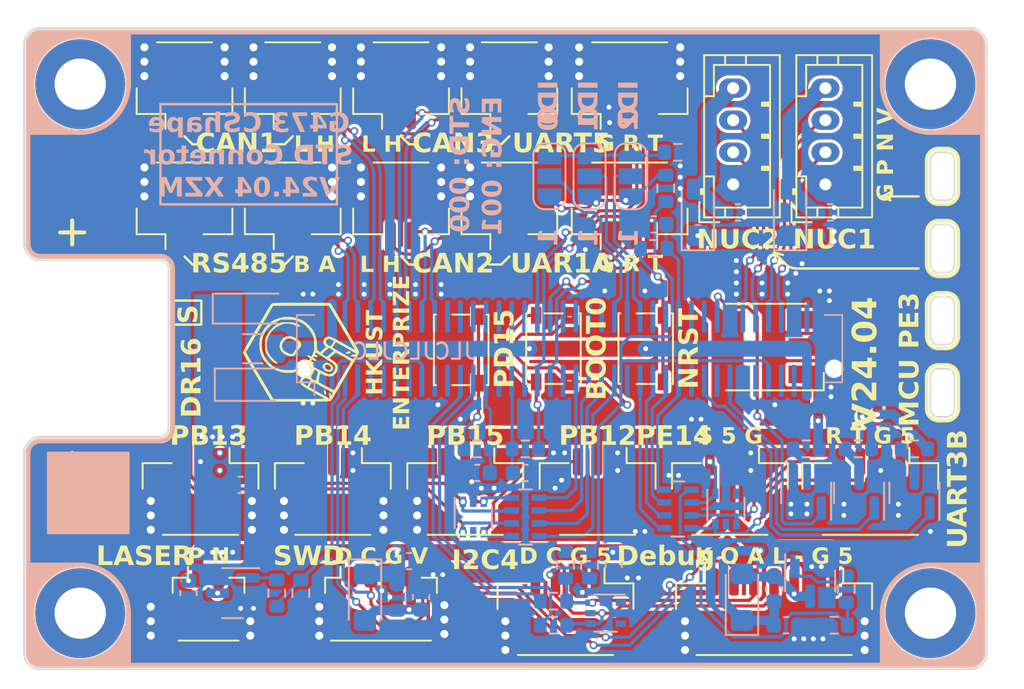
<source format=kicad_pcb>
(kicad_pcb (version 20240108) (generator "pcbnew") (generator_version "8.0")
  (layers (0 "F.Cu" signal) (31 "B.Cu" signal) (34 "B.Paste" user) (35 "F.Paste" user) (36 "B.SilkS" user "B.Silkscreen") (37 "F.SilkS" user "F.Silkscreen") (38 "B.Mask" user) (39 "F.Mask" user) (44 "Edge.Cuts" user))
  (net 0 "")
  (net 1 "+5V")
  (net 2 "GND")
  (net 3 "3V3_SWD")
  (net 4 "Net-(J16-Pin_3)")
  (net 5 "/NUC1_DP")
  (net 6 "/NUC1_DN")
  (net 7 "VBUS1")
  (net 8 "/NUC2_DP")
  (net 9 "/NUC2_DN")
  (net 10 "VBUS2")
  (net 11 "/UART1A_RX")
  (net 12 "/UART1A_TX")
  (net 13 "/UART5_RX")
  (net 14 "/UART5_TX")
  (net 15 "/RS485_B")
  (net 16 "/RS485_A")
  (net 17 "/CAN1_L")
  (net 18 "/CAN1_H")
  (net 19 "/CAN3_L")
  (net 20 "/CAN3_H")
  (net 21 "/CAN2_L")
  (net 22 "/CAN2_H")
  (net 23 "/SWDIO")
  (net 24 "/SWCLK")
  (net 25 "24V_VIN")
  (net 26 "/PA12")
  (net 27 "/PA11")
  (net 28 "/PA10")
  (net 30 "/PC9")
  (net 31 "/PC8")
  (net 32 "/PC7")
  (net 33 "/PC6")
  (net 34 "/PD14")
  (net 35 "/BOOT0")
  (net 36 "/PE0")
  (net 37 "/PD13")
  (net 38 "/PB15")
  (net 39 "/PB14")
  (net 40 "/PB13")
  (net 41 "/PB12")
  (net 42 "/PB11")
  (net 43 "/PB10")
  (net 44 "/PE15")
  (net 45 "/PE14")
  (net 46 "/PE13")
  (net 47 "/PE12")
  (net 48 "/PE10")
  (net 49 "3V3_MCU")
  (net 50 "3V3_IO")
  (net 51 "/PF2")
  (net 53 "/PD5")
  (net 54 "/PD6")
  (net 55 "/PC10")
  (net 56 "/PB7")
  (net 57 "/PB9")
  (net 58 "/PE1")
  (net 59 "/PE2")
  (net 60 "/PE4")
  (net 61 "/PE5")
  (net 62 "/PE6")
  (net 63 "/PC13")
  (net 64 "/PC14")
  (net 65 "/PC15")
  (net 66 "/PF9")
  (net 67 "/PC11")
  (net 68 "/NRST")
  (net 69 "/PC0")
  (net 70 "/PC1")
  (net 72 "Net-(Q1-G)")
  (net 73 "/LASER")
  (net 74 "Net-(J18-Pin_3)")
  (net 75 "Net-(J19-Pin_3)")
  (net 76 "Net-(J20-Pin_3)")
  (net 77 "Net-(J23-Pin_3)")
  (net 78 "/BTN")
  (net 79 "Net-(R4-Pad2)")
  (net 80 "Net-(R5-Pad2)")
  (net 81 "Net-(R8-Pad2)")
  (net 82 "5VP")
  (net 83 "/Buzzer-")
  (net 84 "/I2C4_SCL")
  (net 87 "Net-(JP1-A)")
  (net 88 "Net-(JP1-B)")
  (net 89 "/I2C4_SDA")
  (net 90 "Net-(Q2-G)")
  (net 91 "/BUZZER")
  (net 92 "Net-(D2-RK)")
  (net 93 "Net-(D2-GK)")
  (net 94 "Net-(D2-BK)")
  (net 95 "/LED_R")
  (net 96 "Net-(Q3-D)")
  (net 97 "/LED_G")
  (net 98 "Net-(Q4-D)")
  (net 99 "/LED_B")
  (net 100 "Net-(Q5-D)")
  (net 101 "/LASER-")
  (net 102 "/UART3B_TX")
  (net 103 "/UART3B_RX")
  (footprint "Connector_JST:JST_GH_BM02B-GHS-TBT_1x02-1MP_P1.25mm_Vertical" (layer "F.Cu") (at 164.65 57.9)
    (property "Reference" "J7" (hide yes))
    (property "Value" "CAN1")
  )
  (footprint "Button_Switch_SMD:SW_SPST_PTS810" (layer "F.Cu") (at 186.65 74.4 -90)
    (property "Reference" "SW5" (hide yes))
    (property "Value" "NRST")
  )
  (footprint "Connector_JST:JST_GH_BM02B-GHS-TBT_1x02-1MP_P1.25mm_Vertical" (layer "F.Cu") (at 171.4 65.4)
    (property "Reference" "J11" (hide yes))
    (property "Value" "CAN2")
  )
  (footprint "Connector_JST:JST_GH_BM03B-GHS-TBT_1x03-1MP_P1.25mm_Vertical" (layer "F.Cu") (at 167.15 83.4 180)
    (property "Reference" "J18" (hide yes))
    (property "Value" "Conn_01x03_MountingPin")
  )
  (footprint "Button_Switch_SMD:SW_SPST_PTS810" (layer "F.Cu") (at 175.15 74.475 -90)
    (property "Reference" "SW6" (hide yes))
    (property "Value" "BTN")
  )
  (footprint "Connector_JST:JST_GH_BM02B-GHS-TBT_1x02-1MP_P1.25mm_Vertical" (layer "F.Cu") (at 171.4 57.9)
    (property "Reference" "J10" (hide yes))
    (property "Value" "CAN3")
  )
  (footprint "MountingHole:MountingHole_3.2mm_M3_DIN965_Pad" (layer "F.Cu") (at 204.4 57.9)
    (property "Reference" "H1" (hide yes))
    (property "Value" "MountingHole" (hide yes))
  )
  (footprint "Connector_JST:JST_GH_BM02B-GHS-TBT_1x02-1MP_P1.25mm_Vertical" (layer "F.Cu") (at 157.9 57.9)
    (property "Reference" "J6" (hide yes))
    (property "Value" "CAN1")
  )
  (footprint "Connector_JST:JST_GH_BM02B-GHS-TBT_1x02-1MP_P1.25mm_Vertical" (layer "F.Cu") (at 178.15 65.4)
    (property "Reference" "J13" (hide yes))
    (property "Value" "CAN2")
  )
  (footprint "Connector_JST:JST_GH_BM03B-GHS-TBT_1x03-1MP_P1.25mm_Vertical" (layer "F.Cu") (at 185.65 57.9)
    (property "Reference" "J4" (hide yes))
    (property "Value" "UART5")
  )
  (footprint "Connector_JST:JST_GH_BM07B-GHS-TBT_1x07-1MP_P1.25mm_Vertical" (layer "F.Cu") (at 194.65 90.9 180)
    (property "Reference" "J17" (hide yes))
    (property "Value" "Conn_01x07_MountingPin")
  )
  (footprint "capybara:logo" (layer "F.Cu") (at 165.15 74.65 90)
    (property "Reference" "G***" (hide yes))
    (property "Value" "LOGO" (hide yes))
  )
  (footprint "Connector_JST:JST_GH_BM04B-GHS-TBT_1x04-1MP_P1.25mm_Vertical" (layer "F.Cu") (at 200.65 83.4 180)
    (property "Reference" "J21" (hide yes))
    (property "Value" "Conn_01x04_MountingPin")
  )
  (footprint "AEX7 Others:BTB_P0.8mm_2x40pin_M" (layer "F.Cu") (at 181.9 74.4)
    (property "Reference" "J15" (hide yes))
    (property "Value" "BTB" (hide yes))
  )
  (footprint "Connector_JST:JST_GH_BM03B-GHS-TBT_1x03-1MP_P1.25mm_Vertical" (layer "F.Cu") (at 175.4 83.4 180)
    (property "Reference" "J16" (hide yes))
    (property "Value" "Conn_01x03_MountingPin")
  )
  (footprint "LED_SMD:LED_RGB_5050-6" (layer "F.Cu") (at 194.15 74.3 180)
    (property "Reference" "D2" (hide yes))
    (property "Value" "LED_RGB")
  )
  (footprint "Connector_JST:JST_GH_BM02B-GHS-TBT_1x02-1MP_P1.25mm_Vertical" (layer "F.Cu") (at 157.9 65.4)
    (property "Reference" "J9" (hide yes))
    (property "Value" "RS-485")
  )
  (footprint "MountingHole:MountingHole_3.2mm_M3_DIN965_Pad" (layer "F.Cu") (at 151.4 57.9)
    (property "Reference" "H4" (hide yes))
    (property "Value" "MountingHole" (hide yes))
  )
  (footprint "Connector_JST:JST_GH_BM03B-GHS-TBT_1x03-1MP_P1.25mm_Vertical" (layer "F.Cu") (at 158.9 83.4 180)
    (property "Reference" "J19" (hide yes))
    (property "Value" "Conn_01x03_MountingPin")
  )
  (footprint "Connector_JST:JST_GH_BM04B-GHS-TBT_1x04-1MP_P1.25mm_Vertical" (layer "F.Cu") (at 181.65 90.9 180)
    (property "Reference" "J25" (hide yes))
    (property "Value" "Conn_01x04_MountingPin")
  )
  (footprint "Connector_Molex:Molex_PicoBlade_53398-0271_1x02-1MP_P1.25mm_Vertical" (layer "F.Cu") (at 159.4 89.9)
    (property "Reference" "J8" (hide yes))
    (property "Value" "Laser ")
  )
  (footprint "Connector_JST:JST_PH_B4B-PH-K_1x04_P2.00mm_Vertical" (layer "F.Cu") (at 197.85 64.15 90)
    (property "Reference" "J1" (hide yes))
    (property "Value" "USB")
  )
  (footprint "Connector_JST:JST_GH_BM03B-GHS-TBT_1x03-1MP_P1.25mm_Vertical" (layer "F.Cu") (at 191.9 83.4 180)
    (property "Reference" "J23" (hide yes))
    (property "Value" "Conn_01x03_MountingPin")
  )
  (footprint "Connector_Molex:Molex_PicoBlade_53398-0471_1x04-1MP_P1.25mm_Vertical" (layer "F.Cu") (at 170.15 89.9)
    (property "Reference" "J14" (hide yes))
    (property "Value" "SWD")
  )
  (footprint "MountingHole:MountingHole_3.2mm_M3_DIN965_Pad" (layer "F.Cu") (at 151.4 90.9)
    (property "Reference" "H3" (hide yes))
    (property "Value" "MountingHole" (hide yes))
  )
  (footprint "Connector_JST:JST_GH_BM02B-GHS-TBT_1x02-1MP_P1.25mm_Vertical" (layer "F.Cu") (at 164.65 65.4)
    (property "Reference" "J5" (hide yes))
    (property "Value" "RS-485")
  )
  (footprint "Connector_JST:JST_GH_BM02B-GHS-TBT_1x02-1MP_P1.25mm_Vertical" (layer "F.Cu") (at 178.15 57.9)
    (property "Reference" "J12" (hide yes))
    (property "Value" "CAN2")
  )
  (footprint "MountingHole:MountingHole_3.2mm_M3_DIN965_Pad" (layer "F.Cu") (at 204.4 90.9)
    (property "Reference" "H2" (hide yes))
    (property "Value" "MountingHole" (hide yes))
  )
  (footprint "Connector_JST:JST_GH_BM03B-GHS-TBT_1x03-1MP_P1.25mm_Vertical" (layer "F.Cu") (at 185.65 65.4)
    (property "Reference" "J3" (hide yes))
    (property "Value" "UART1A")
  )
  (footprint "Button_Switch_SMD:SW_SPST_PTS810" (layer "F.Cu") (at 180.9 74.4 90)
    (property "Reference" "SW4" (hide yes))
    (property "Value" "BOOT0")
  )
  (footprint "Connector_JST:JST_PH_B4B-PH-K_1x04_P2.00mm_Vertical" (layer "F.Cu") (at 192.1 64.15 90)
    (property "Reference" "J2" (hide yes))
    (property "Value" "USB")
  )
  (footprint "Connector_JST:JST_GH_BM03B-GHS-TBT_1x03-1MP_P1.25mm_Vertical" (layer "F.Cu") (at 183.65 83.4 180)
    (property "Reference" "J20" (hide yes))
    (property "Value" "Conn_01x03_MountingPin")
  )
  (footprint "Capacitor_Tantalum_SMD:CP_EIA-3216-18_Kemet-A_Pad1.58x1.35mm_HandSolder" (layer "B.Cu") (at 162.15 71.9)
    (property "Reference" "C8" (hide yes))
    (property "Value" "47u")
  )
  (footprint "Resistor_SMD:R_0603_1608Metric" (layer "B.Cu") (at 163.65 89.65 90)
    (property "Reference" "R2" (hide yes))
    (property "Value" "33R")
  )
  (footprint "Jumper:SolderJumper-3_P1.3mm_Open_RoundedPad1.0x1.5mm_NumberLabels" (layer "B.Cu") (at 185.72 63.65 90)
    (property "Reference" "JP3" (hide yes))
    (property "Value" "ID3")
  )
  (footprint "Resistor_SMD:R_Array_Concave_4x0603" (layer "B.Cu") (at 188.65 84.4 180)
    (property "Reference" "RN2" (hide yes))
    (property "Value" "33R")
  )
  (footprint "Resistor_SMD:R_Array_Concave_4x0603" (layer "B.Cu") (at 179.15 84.9)
    (property "Reference" "RN1" (hide yes))
    (property "Value" "33R")
  )
  (footprint "Capacitor_SMD:C_0603_1608Metric" (layer "B.Cu") (at 179.15 82.15)
    (property "Reference" "C5" (hide yes))
    (property "Value" "100n")
  )
  (footprint "Resistor_SMD:R_0603_1608Metric" (layer "B.Cu") (at 176.15 80.65 180)
    (property "Reference" "R8" (hide yes))
    (property "Value" "330R")
  )
  (footprint "Package_TO_SOT_SMD:SOT-363_SC-70-6" (layer "B.Cu") (at 191.65 84.4 -90)
    (property "Reference" "U3" (hide yes))
    (property "Value" "TPD4E1U06DCKR")
  )
  (footprint "Fuse:Fuse_1206_3216Metric" (layer "B.Cu") (at 162.15 74.4)
    (property "Reference" "F1" (hide yes))
    (property "Value" "Fuse")
  )
  (footprint "Resistor_SMD:R_0603_1608Metric" (layer "B.Cu") (at 171.15 89.9 90)
    (property "Reference" "R3" (hide yes))
    (property "Value" "10k")
  )
  (footprint "Resistor_SMD:R_0603_1608Metric" (layer "B.Cu") (at 199.15 89.4 90)
    (property "Reference" "R14" (hide yes))
    (property "Value" "330R")
  )
  (footprint "Capacitor_SMD:C_0603_1608Metric" (layer "B.Cu") (at 161.4 82.9)
    (property "Reference" "C10" (hide yes))
    (property "Value" "10u")
  )
  (footprint "Capacitor_SMD:C_0603_1608Metric" (layer "B.Cu") (at 184.65 87.9 -90)
    (property "Reference" "C12" (hide yes))
    (property "Value" "10u")
  )
  (footprint "Capacitor_SMD:C_0603_1608Metric" (layer "B.Cu") (at 198.15 67.4)
    (property "Reference" "C11" (hide yes))
    (property "Value" "10u")
  )
  (footprint "Package_TO_SOT_SMD:SOT-23" (layer "B.Cu") (at 196.9 88.9 -90)
    (property "Reference" "Q2" (hide yes))
    (property "Value" "AO3400A")
  )
  (footprint "Resistor_SMD:R_0603_1608Metric" (layer "B.Cu") (at 165.15 89.65 -90)
    (property "Reference" "R1" (hide yes))
    (property "Value" "4k7")
  )
  (footprint "Resistor_SMD:R_0603_1608Metric" (layer "B.Cu") (at 203.4 80.65 180)
    (property "Reference" "R20" (hide yes))
    (property "Value" "330")
  )
  (footprint "Package_TO_SOT_SMD:SOT-363_SC-70-6" (layer "B.Cu") (at 184.15 90.9 180)
    (property "Reference" "U1" (hide yes))
    (property "Value" "TPD4E1U06DCKR")
  )
  (footprint "Resistor_SMD:R_0603_1608Metric" (layer "B.Cu") (at 187.15 68.15 180)
    (property "Reference" "R5" (hide yes))
    (property "Value" "330R")
  )
  (footprint "Capacitor_SMD:C_0603_1608Metric" (layer "B.Cu") (at 171.9 87.65)
    (property "Reference" "C9" (hide yes))
    (property "Value" "10u")
  )
  (footprint "Resistor_SMD:R_0603_1608Metric" (layer "B.Cu") (at 187.9 64.4 90)
    (property "Reference" "R11" (hide yes))
    (property "Value" "4k7")
  )
  (footprint "Resistor_SMD:R_0603_1608Metric" (layer "B.Cu") (at 179.15 80.65)
    (property "Reference" "R4" (hide yes))
    (property "Value" "330R")
  )
  (footprint "Capacitor_SMD:C_0603_1608Metric" (layer "B.Cu") (at 172.65 89.9 90)
    (property "Reference" "C2" (hide yes))
    (property "Value" "10u")
  )
  (footprint "Capacitor_SMD:C_0603_1608Metric" (layer "B.Cu") (at 158.15 89.65 -90)
    (property "Reference" "C1" (hide yes))
    (property "Value" "100n")
  )
  (footprint "Jumper:SolderJumper-3_P1.3mm_Open_RoundedPad1.0x1.5mm_NumberLabels" (layer "B.Cu") (at 180.65 63.65 90)
    (property "Reference" "JP1" (hide yes))
    (property "Value" "ID0")
  )
  (footprint "Diode_SMD:D_SMF" (layer "B.Cu") (at 195.65 65.9 90)
    (property "Reference" "D5" (hide yes))
    (property "Value" "K34")
  )
  (footprint "Capacitor_SMD:C_0603_1608Metric" (layer "B.Cu") (at 187.15 66.65 180)
    (property "Reference" "C6" (hide yes))
    (property "Value" "100n")
  )
  (footprint "Resistor_SMD:R_0603_1608Metric" (layer "B.Cu") (at 198.4 91.65 180)
    (property "Reference" "R13" (hide yes))
    (property "Value" "10k")
  )
  (footprint "Diode_SMD:D_SMF" (layer "B.Cu") (at 192.65 89.9 90)
    (property "Reference" "D1" (hide yes))
    (property "Value" "K34")
  )
  (footprint "Diode_SMD:D_SMF" (layer "B.Cu") (at 169.15 89.9 -90)
    (property "Reference" "D4" (hide yes))
    (property "Value" "K34")
  )
  (footprint "Resistor_SMD:R_0603_1608Metric" (layer "B.Cu") (at 188.65 62.15)
    (property "Reference" "R12" (hide yes))
    (property "Value" "4k7")
  )
  (footprint "Diode_SMD:D_SMF" (layer "B.Cu") (at 162.15 76.65)
    (property "Reference" "D3" (hide yes))
    (property "Value" "SMF5V0A")
  )
  (footprint "Package_TO_SOT_SMD:SOT-23" (layer "B.Cu") (at 196.65 83.4 90)
    (property "Reference" "Q3" (hide yes))
    (property "Value" "AO3400A")
  )
  (footprint "Resistor_SMD:R_0603_1608Metric" (layer "B.Cu") (at 196.65 80.65 180)
    (property "Reference" "R16" (hide yes))
    (property "Value" "330")
  )
  (footprint "Jumper:SolderJumper-3_P1.3mm_Open_RoundedPad1.0x1.5mm_NumberLabels" (layer "B.Cu") (at 183.15 63.65 90)
    (property "Reference" "JP2" (hide yes))
    (property "Value" "ID1")
  )
  (footprint "Package_TO_SOT_SMD:SOT-23" (layer "B.Cu") (at 160.9 89.65 180)
    (property "Reference" "Q1" (hide yes))
    (property "Value" "AO3400A")
  )
  (footprint "Capacitor_SMD:C_0603_1608Metric" (layer "B.Cu") (at 195.4 91.65)
    (property "Reference" "C13" (hide yes))
    (property "Value" "10u")
  )
  (footprint "Resistor_SMD:R_0603_1608Metric" (layer "B.Cu") (at 199.9 80.65 180)
    (property "Reference" "R18" (hide yes))
    (property "Value" "330")
  )
  (footprint "Resistor_SMD:R_0603_1608Metric" (layer "B.Cu") (at 180.9 90.15)
    (property "Reference" "R7" (hide yes))
    (property "Value" "33R")
  )
  (footprint "Capacitor_SMD:C_0603_1608Metric" (layer "B.Cu") (at 198.15 65.9)
    (property "Reference" "C4" (hide yes))
    (property "Value" "10u")
  )
  (footprint "Capacitor_SMD:C_0603_1608Metric" (layer "B.Cu") (at 176.15 82.15 180)
    (property "Reference" "C7" (hide yes))
    (property "Value" "100n")
  )
  (footprint "Package_TO_SOT_SMD:SOT-23" (layer "B.Cu") (at 203.4 83.4 90)
    (property "Reference" "Q5" (hide yes))
    (property "Value" "AO3400A")
  )
  (footprint "Diode_SMD:D_SMF" (layer "B.Cu") (at 189.9 65.9 90)
    (property "Reference" "D6" (hide yes))
    (property "Value" "K34")
  )
  (footprint "Package_TO_SOT_SMD:SOT-363_SC-70-6" (layer "B.Cu") (at 175.9 84.9 -90)
    (property "Reference" "U2" (hide yes))
    (property "Value" "TPD4E1U06DCKR")
  )
  (footprint "Resistor_SMD:R_0603_1608Metric" (layer "B.Cu") (at 180.9 91.65)
    (property "Reference" "R6" (hide yes))
    (property "Value" "33R")
  )
  (footprint "Capacitor_SMD:C_0603_1608Metric" (layer "B.Cu") (at 194.65 89.4 90)
    (property "Reference" "C14" (hide yes))
    (property "Value" "20p")
  )
  (footprint "Resistor_SMD:R_0603_1608Metric" (layer "B.Cu") (at 181.65 87.9 -90)
    (property "Reference" "R10" (hide yes))
    (property "Value" "4k7")
  )
  (footprint "Resistor_SMD:R_0603_1608Metric" (layer "B.Cu") (at 183.15 87.9 -90)
    (property "Reference" "R9" (hide yes))
    (property "Value" "4k7")
  )
  (footprint "Package_TO_SOT_SMD:SOT-23" (layer "B.Cu") (at 199.95 83.4 90)
    (property "Reference" "Q4" (hide yes))
    (property "Value" "AO3400A")
  )
  (footprint "Capacitor_SMD:C_0603_1608Metric" (layer "B.Cu") (at 192.4 65.9)
    (property "Reference" "C3" (hide yes))
    (property "Value" "10u")
  )
  (gr_arc (start 206.899999 54.650001) (mid 207.430329 54.869671) (end 207.649999 55.400001) (stroke (width 0.3)) (layer "B.SilkS"))
  (gr_line (start 151.65 60.9) (end 148.15 60.9) (stroke (width 0.3)) (layer "B.SilkS"))
  (gr_circle (center 151.4 90.9) (end 154.4 90.9) (stroke (width 0.3)) (fill none) (layer "B.SilkS"))
  (gr_line (start 156.4 80.15) (end 148.9 80.15) (stroke (width 0.3)) (layer "B.SilkS"))
  (gr_line (start 151.4 87.9) (end 148.15 87.9) (stroke (width 0.3)) (layer "B.SilkS"))
  (gr_poly (pts (xy 207.65 57.9) (xy 207.65 55.4) (xy 207.15 54.65) (xy 204.65 54.65) (xy 205.65 55.15) (xy 206.9 56.15)) (fill solid) (layer "B.SilkS"))
  (gr_line (start 148.15 80.9) (end 148.15 93.4) (stroke (width 0.3)) (layer "B.SilkS"))
  (gr_line (start 204.15 87.9) (end 207.65 87.9) (stroke (width 0.3)) (layer "B.SilkS"))
  (gr_arc (start 148.900001 94.149999) (mid 148.369671 93.930329) (end 148.150001 93.399999) (stroke (width 0.3)) (layer "B.SilkS"))
  (gr_arc (start 148.15 80.9) (mid 148.36967 80.36967) (end 148.9 80.15) (stroke (width 0.3)) (layer "B.SilkS"))
  (gr_line (start 204.4 60.9) (end 207.65 60.9) (stroke (width 0.3)) (layer "B.SilkS"))
  (gr_arc (start 207.649999 93.399999) (mid 207.430329 93.930329) (end 206.899999 94.149999) (stroke (width 0.3)) (layer "B.SilkS"))
  (gr_line (start 154.4 90.65) (end 154.4 94.15) (stroke (width 0.3)) (layer "B.SilkS"))
  (gr_poly (pts (xy 207.65 60.9) (xy 205.15 60.9) (xy 206.65 59.9) (xy 207.65 58.15)) (fill solid) (layer "B.SilkS"))
  (gr_poly (pts (xy 204.4 94.15) (xy 206.9 94.15) (xy 207.65 93.65) (xy 207.65 91.15) (xy 207.15 92.15) (xy 206.15 93.4)) (fill solid) (layer "B.SilkS"))
  (gr_rect (start 156.4 59.15) (end 167.4 65.4) (stroke (width 0.15)) (fill none) (layer "B.SilkS"))
  (gr_circle (center 204.4 57.9) (end 201.4 57.9) (stroke (width 0.3)) (fill none) (layer "B.SilkS"))
  (gr_arc (start 156.4 68.65) (mid 156.93033 68.86967) (end 157.15 69.4) (stroke (width 0.3)) (layer "B.SilkS"))
  (gr_circle (center 204.4 90.9) (end 204.4 87.9) (stroke (width 0.3)) (fill none) (layer "B.SilkS"))
  (gr_arc (start 148.150001 55.400001) (mid 148.369671 54.869671) (end 148.900001 54.650001) (stroke (width 0.3)) (layer "B.SilkS"))
  (gr_circle (center 151.4 57.9) (end 151.4 60.9) (stroke (width 0.3)) (fill none) (layer "B.SilkS"))
  (gr_line (start 206.899999 94.149999) (end 148.900001 94.149999) (stroke (width 0.3)) (layer "B.SilkS"))
  (gr_line (start 207.649999 55.4) (end 207.649999 93.399999) (stroke (width 0.3)) (layer "B.SilkS"))
  (gr_line (start 154.4 57.9) (end 154.4 54.65) (stroke (width 0.3)) (layer "B.SilkS"))
  (gr_poly (pts (xy 154.4 94.15) (xy 151.4 94.15) (xy 153.4 93.15) (xy 154.4 91.65)) (fill solid) (layer "B.SilkS"))
  (gr_poly (pts (xy 148.15 90.9) (xy 148.15 93.4) (xy 148.65 94.15) (xy 151.15 94.15) (xy 150.15 93.65) (xy 148.9 92.65)) (fill solid) (layer "B.SilkS"))
  (gr_arc (start 157.15 79.4) (mid 156.93033 79.93033) (end 156.4 80.15) (stroke (width 0.3)) (layer "B.SilkS"))
  (gr_poly (pts (xy 148.15 60.9) (xy 148.15 57.9) (xy 149.15 59.9) (xy 150.65 60.9)) (fill solid) (layer "B.SilkS"))
  (gr_arc (start 148.15 80.9) (mid 148.36967 80.36967) (end 148.9 80.15) (stroke (width 0.3)) (layer "B.SilkS"))
  (gr_poly (pts (xy 201.4 54.65) (xy 204.4 54.65) (xy 202.4 55.65) (xy 201.4 57.15)) (fill solid) (layer "B.SilkS"))
  (gr_poly (pts (xy 154.4 54.65) (xy 154.4 57.15) (xy 153.4 55.65) (xy 151.65 54.65)) (fill solid) (layer "B.SilkS"))
  (gr_poly (pts (xy 151.4 54.65) (xy 148.9 54.65) (xy 148.15 55.15) (xy 148.15 57.65) (xy 148.65 56.65) (xy 149.65 55.4)) (fill solid) (layer "B.SilkS"))
  (gr_poly (pts (xy 148.15 87.9) (xy 150.65 87.9) (xy 149.15 88.9) (xy 148.15 90.65)) (fill solid) (layer "B.SilkS"))
  (gr_line (start 156.4 68.65) (end 148.9 68.65) (stroke (width 0.3)) (layer "B.SilkS"))
  (gr_poly (pts (xy 207.65 87.9) (xy 207.65 90.9) (xy 206.65 88.9) (xy 205.15 87.9)) (fill solid) (layer "B.SilkS"))
  (gr_line (start 148.15 67.9) (end 148.15 55.4) (stroke (width 0.3)) (layer "B.SilkS"))
  (gr_line (start 201.4 90.9) (end 201.4 94.15) (stroke (width 0.3)) (layer "B.SilkS"))
  (gr_line (start 157.15 69.4) (end 157.15 79.4) (stroke (width 0.3)) (layer "B.SilkS"))
  (gr_line (start 201.4 58.15) (end 201.4 54.65) (stroke (width 0.3)) (layer "B.SilkS"))
  (gr_line (start 206.899999 54.650001) (end 148.9 54.650001) (stroke (width 0.3)) (layer "B.SilkS"))
  (gr_poly (pts (xy 201.4 94.15) (xy 201.4 91.65) (xy 202.4 93.15) (xy 204.15 94.15)) (fill solid) (layer "B.SilkS"))
  (gr_rect (start 149.4 80.9) (end 154.4 85.9) (stroke (width 0.15)) (fill solid) (layer "B.SilkS"))
  (gr_arc (start 148.9 68.65) (mid 148.36967 68.43033) (end 148.15 67.9) (stroke (width 0.3)) (layer "B.SilkS"))
  (gr_line (start 148.15 55.4) (end 148.15 67.9) (stroke (width 0.3)) (layer "F.SilkS"))
  (gr_line (start 163.9 69.15) (end 164.15 69.15) (stroke (width 0.15)) (layer "F.SilkS"))
  (gr_arc (start 204.9 69.9) (mid 204.36967 69.68033) (end 204.15 69.15) (stroke (width 0.2)) (layer "F.SilkS"))
  (gr_circle (center 204.4 57.9) (end 204.4 60.9) (stroke (width 0.3)) (fill none) (layer "F.SilkS"))
  (gr_line (start 204.15 67.15) (end 204.15 69.15) (stroke (width 0.2)) (layer "F.SilkS"))
  (gr_line (start 171.9 69.15) (end 171.4 68.65) (stroke (width 0.15)) (layer "F.SilkS"))
  (gr_arc (start 204.15 76.15) (mid 204.36967 75.61967) (end 204.9 75.4) (stroke (width 0.2)) (layer "F.SilkS"))
  (gr_line (start 203.65 69.4) (end 196.064214 69.4) (stroke (width 0.15)) (layer "F.SilkS"))
  (gr_line (start 207.649999 79.15) (end 207.649999 55.4) (stroke (width 0.3)) (layer "F.SilkS"))
  (gr_line (start 203.65 64.9) (end 201.4 64.9) (stroke (width 0.15)) (layer "F.SilkS"))
  (gr_line (start 158.65 69.15) (end 158.4 69.15) (stroke (width 0.15)) (layer "F.SilkS"))
  (gr_line (start 156.4 80.15) (end 148.9 80.15) (stroke (width 0.3)) (layer "F.SilkS"))
  (gr_line (start 204.9 61.9) (end 205.4 61.9) (stroke (width 0.2)) (layer "F.SilkS"))
  (gr_poly (pts (xy 151.399999 94.150001) (xy 148.899999 94.150001) (xy 148.149999 93.650001) (xy 148.149999 91.150001) (xy 148.649999 92.150001) (xy 149.649999 93.400001)) (fill solid) (layer "F.SilkS"))
  (gr_line (start 158.9 61.65) (end 158.4 61.65) (stroke (width 0.15)) (layer "F.SilkS"))
  (gr_line (start 204.15 76.15) (end 204.15 78.15) (stroke (width 0.2)) (layer "F.SilkS"))
  (gr_poly (pts (xy 154.4 54.65) (xy 151.4 54.65) (xy 153.4 55.65) (xy 154.4 57.15)) (fill solid) (layer "F.SilkS"))
  (gr_arc (start 206.149999 73.649999) (mid 205.930329 74.180329) (end 205.399999 74.399999) (stroke (width 0.2)) (layer "F.SilkS"))
  (gr_line (start 176.9 69.15) (end 177.65 69.15) (stroke (width 0.15)) (layer "F.SilkS"))
  (gr_line (start 204.9 69.9) (end 205.4 69.9) (stroke (width 0.2)) (layer "F.SilkS"))
  (gr_arc (start 204.15 71.65) (mid 204.36967 71.11967) (end 204.9 70.9) (stroke (width 0.2)) (layer "F.SilkS"))
  (gr_arc (start 156.4 68.65) (mid 156.93033 68.86967) (end 157.15 69.4) (stroke (width 0.3)) (layer "F.SilkS"))
  (gr_poly (pts (xy 148.15 57.9) (xy 148.15 55.4) (xy 148.65 54.65) (xy 151.15 54.65) (xy 150.15 55.15) (xy 148.9 56.15)) (fill solid) (layer "F.SilkS"))
  (gr_line (start 157.15 79.4) (end 157.15 69.4) (stroke (width 0.3)) (layer "F.SilkS"))
  (gr_arc (start 204.9 74.4) (mid 204.36967 74.18033) (end 204.15 73.65) (stroke (width 0.2)) (layer "F.SilkS"))
  (gr_arc (start 204.9 65.4) (mid 204.36967 65.18033) (end 204.15 64.65) (stroke (width 0.2)) (layer "F.SilkS"))
  (gr_line (start 204.15 71.65) (end 204.15 73.65) (stroke (width 0.2)) (layer "F.SilkS"))
  (gr_poly (pts (xy 207.65 60.9) (xy 207.65 57.9) (xy 206.65 59.9) (xy 205.15 60.9)) (fill solid) (layer "F.SilkS"))
  (gr_line (start 177.65 69.15) (end 178.15 68.65) (stroke (width 0.15)) (layer "F.SilkS"))
  (gr_line (start 148.15 80.9) (end 148.15 93.4) (stroke (width 0.3)) (layer "F.SilkS"))
  (gr_line (start 148.149999 87.900001) (end 151.649999 87.900001) (stroke (width 0.3)) (layer "F.SilkS"))
  (gr_line (start 148.900001 54.650001) (end 206.899999 54.650001) (stroke (width 0.3)) (layer "F.SilkS"))
  (gr_line (start 154.4 54.65) (end 154.4 58.15) (stroke (width 0.3)) (layer "F.SilkS"))
  (gr_arc (start 148.9 68.65) (mid 148.36967 68.43033) (end 148.15 67.9) (stroke (width 0.3)) (layer "F.SilkS"))
  (gr_line (start 206.15 78.15) (end 206.15 76.15) (stroke (width 0.2)) (layer "F.SilkS"))
  (gr_line (start 207.65 87.9) (end 204.4 87.9) (stroke (width 0.3)) (layer "F.SilkS"))
  (gr_line (start 204.9 75.4) (end 205.4 75.4) (stroke (width 0.2)) (layer "F.SilkS"))
  (gr_poly (pts (xy 207.65 90.9) (xy 207.65 93.4) (xy 207.15 94.15) (xy 204.65 94.15) (xy 205.65 93.65) (xy 206.9 92.65)) (fill solid) (layer "F.SilkS"))
  (gr_arc (start 205.4 70.9) (mid 205.93033 71.11967) (end 206.15 71.65) (stroke (width 0.2)) (layer "F.SilkS"))
  (gr_line (start 164.15 69.15) (end 164.65 68.65) (stroke (width 0.15)) (layer "F.SilkS"))
  (gr_arc (start 206.149999 78.149999) (mid 205.930329 78.680329) (end 205.399999 78.899999) (stroke (width 0.2)) (layer "F.SilkS"))
  (gr_line (start 204.9 70.9) (end 205.4 70.9) (stroke (width 0.2)) (layer "F.SilkS"))
  (gr_line (start 207.649999 93.399999) (end 207.649999 79.15) (stroke (width 0.3)) (layer "F.SilkS"))
  (gr_line (start 164.15 61.65) (end 164.65 61.15) (stroke (width 0.15)) (layer "F.SilkS"))
  (gr_line (start 148.9 68.65) (end 156.4 68.65) (stroke (width 0.3)) (layer "F.SilkS"))
  (gr_line (start 206.899998 94.15) (end 148.9 94.15) (stroke (width 0.3)) (layer "F.SilkS"))
  (gr_arc (start 156.4 68.65) (mid 156.93033 68.86967) (end 157.15 69.4) (stroke (width 0.3)) (layer "F.SilkS"))
  (gr_arc (start 205.4 75.4) (mid 205.93033 75.61967) (end 206.15 76.15) (stroke (width 0.2)) (layer "F.SilkS"))
  (gr_poly (pts (xy 148.15 60.9) (xy 150.65 60.9) (xy 149.15 59.9) (xy 148.15 58.15)) (fill solid) (layer "F.SilkS"))
  (gr_line (start 194.65 68.4) (end 195.2 68.55) (stroke (width 0.15)) (layer "F.SilkS"))
  (gr_poly (pts (xy 201.4 94.15) (xy 204.4 94.15) (xy 202.4 93.15) (xy 201.4 91.65)) (fill solid) (layer "F.SilkS"))
  (gr_poly (pts (xy 207.65 87.9) (xy 205.15 87.9) (xy 206.65 88.9) (xy 207.65 90.65)) (fill solid) (layer "F.SilkS"))
  (gr_line (start 195.357107 69.107107) (end 194.65 68.4) (stroke (width 0.15)) (layer "F.SilkS"))
  (gr_line (start 150.9 82.4) (end 150.9 80.9) (stroke (width 0.25)) (layer "F.SilkS"))
  (gr_poly (pts (xy 154.399999 94.150001) (xy 154.399999 91.650001) (xy 153.399999 93.150001) (xy 151.649999 94.150001)) (fill solid) (layer "F.SilkS"))
  (gr_arc (start 157.15 79.4) (mid 156.93033 79.93033) (end 156.4 80.15) (stroke (width 0.3)) (layer "F.SilkS"))
  (gr_line (start 204.9 65.4) (end 205.4 65.4) (stroke (width 0.2)) (layer "F.SilkS"))
  (gr_line (start 204.9 74.4) (end 205.4 74.4) (stroke (width 0.2)) (layer "F.SilkS"))
  (gr_line (start 206.15 64.65) (end 206.15 62.65) (stroke (width 0.2)) (layer "F.SilkS"))
  (gr_line (start 150.9 67.9) (end 150.9 66.4) (stroke (width 0.25)) (layer "F.SilkS"))
  (gr_line (start 201.4 64.9) (end 201.9 64.65) (stroke (width 0.15)) (layer "F.SilkS"))
  (gr_poly (pts (xy 204.4 54.65) (xy 206.9 54.65) (xy 207.65 55.15) (xy 207.65 57.65) (xy 207.15 56.65) (xy 206.15 55.4)) (fill solid) (layer "F.SilkS"))
  (gr_line (start 201.4 54.65) (end 201.4 57.9) (stroke (width 0.3)) (layer "F.SilkS"))
  (gr_poly (pts (xy 148.149999 87.900001) (xy 148.149999 90.900001) (xy 149.149999 88.900001) (xy 150.649999 87.900001)) (fill solid) (layer "F.SilkS"))
  (gr_line (start 154.399999 94.150001) (end 154.399999 90.900001) (stroke (width 0.3)) (layer "F.SilkS"))
  (gr_arc (start 196.064214 69.4) (mid 195.681533 69.323878) (end 195.357107 69.107107) (stroke (width 0.15)) (layer "F.SilkS"))
  (gr_arc (start 157.15 79.4) (mid 156.93033 79.93033) (end 156.4 80.15) (stroke (width 0.3)) (layer "F.SilkS"))
  (gr_line (start 176.9 61.65) (end 177.65 61.65) (stroke (width 0.15)) (layer "F.SilkS"))
  (gr_arc (start 148.9 68.65) (mid 148.36967 68.43033) (end 148.15 67.9) (stroke (width 0.3)) (layer "F.SilkS"))
  (gr_arc (start 204.9 78.9) (mid 204.36967 78.68033) (end 204.15 78.15) (stroke (width 0.2)) (layer "F.SilkS"))
  (gr_arc (start 205.4 61.9) (mid 205.93033 62.11967) (end 206.15 62.65) (stroke (width 0.2)) (layer "F.SilkS"))
  (gr_poly (pts (xy 201.4 54.65) (xy 201.4 57.15) (xy 202.4 55.65) (xy 204.15 54.65)) (fill solid) (layer "F.SilkS"))
  (gr_arc (start 206.149999 64.649999) (mid 205.930329 65.180329) (end 205.399999 65.399999) (stroke (width 0.2)) (layer "F.SilkS"))
  (gr_line (start 150.15 67.15) (end 151.65 67.15) (stroke (width 0.25)) (layer "F.SilkS"))
  (gr_rect (start 157.2 71.4) (end 158.95 72.9) (stroke (width 0.15)) (fill none) (layer "F.SilkS"))
  (gr_line (start 207.65 60.9) (end 204.15 60.9) (stroke (width 0.3)) (layer "F.SilkS"))
  (gr_arc (start 204.15 67.15) (mid 204.36967 66.61967) (end 204.9 66.4) (stroke (width 0.2)) (layer "F.SilkS"))
  (gr_line (start 206.15 69.15) (end 206.15 67.15) (stroke (width 0.2)) (layer "F.SilkS"))
  (gr_arc (start 206.899999 54.650001) (mid 207.430329 54.869671) (end 207.649999 55.400001) (stroke (width 0.3)) (layer "F.SilkS"))
  (gr_line (start 171.9 61.65) (end 171.4 61.15) (stroke (width 0.15)) (layer "F.SilkS"))
  (gr_line (start 148.15 60.9) (end 151.4 60.9) (stroke (width 0.3)) (layer "F.SilkS"))
  (gr_line (start 172.4 61.65) (end 171.9 61.65) (stroke (width 0.15)) (layer "F.SilkS"))
  (gr_line (start 206.15 73.65) (end 206.15 71.65) (stroke (width 0.2)) (layer "F.SilkS"))
  (gr_arc (start 206.149999 69.149999) (mid 205.930329 69.680329) (end 205.399999 69.899999) (stroke (width 0.2)) (layer "F.SilkS"))
  (gr_circle (center 204.4 90.9) (end 201.4 90.9) (stroke (width 0.3)) (fill none) (layer "F.SilkS"))
  (gr_line (start 163.4 61.65) (end 164.15 61.65) (stroke (width 0.15)) (layer "F.SilkS"))
  (gr_arc (start 205.4 66.4) (mid 205.93033 66.61967) (end 206.15 67.15) (stroke (width 0.2)) (layer "F.SilkS"))
  (gr_line (start 158.4 61.65) (end 157.9 61.15) (stroke (width 0.15)) (layer "F.SilkS"))
  (gr_circle (center 151.4 57.9) (end 154.4 57.9) (stroke (width 0.3)) (fill none) (layer "F.SilkS"))
  (gr_arc (start 148.15 80.9) (mid 148.36967 80.36967) (end 148.9 80.15) (stroke (width 0.3)) (layer "F.SilkS"))
  (gr_line (start 204.15 62.65) (end 204.15 64.65) (stroke (width 0.2)) (layer "F.SilkS"))
  (gr_line (start 172.4 69.15) (end 171.9 69.15) (stroke (width 0.15)) (layer "F.SilkS"))
  (gr_arc (start 148.9 94.15) (mid 148.36967 93.93033) (end 148.15 93.4) (stroke (width 0.3)) (layer "F.SilkS"))
  (gr_line (start 177.65 61.65) (end 178.15 61.15) (stroke (width 0.15)) (layer "F.SilkS"))
  (gr_line (start 158.4 69.15) (end 157.9 68.65) (stroke (width 0.15)) (layer "F.SilkS"))
  (gr_line (start 204.9 66.4) (end 205.4 66.4) (stroke (width 0.2)) (layer "F.SilkS"))
  (gr_arc (start 148.150001 55.400001) (mid 148.369671 54.869671) (end 148.900001 54.650001) (stroke (width 0.3)) (layer "F.SilkS"))
  (gr_line (start 201.4 64.9) (end 201.9 65.15) (stroke (width 0.15)) (layer "F.SilkS"))
  (gr_circle (center 151.399999 90.900001) (end 151.399999 87.900001) (stroke (width 0.3)) (fill none) (layer "F.SilkS"))
  (gr_line (start 204.9 78.9) (end 205.4 78.9) (stroke (width 0.2)) (layer "F.SilkS"))
  (gr_arc (start 204.15 62.65) (mid 204.36967 62.11967) (end 204.9 61.9) (stroke (width 0.2)) (layer "F.SilkS"))
  (gr_line (start 201.4 94.15) (end 201.4 90.65) (stroke (width 0.3)) (layer "F.SilkS"))
  (gr_line (start 194.65 68.4) (end 194.8 68.95) (stroke (width 0.15)) (layer "F.SilkS"))
  (gr_arc (start 207.649999 93.399999) (mid 207.430329 93.930329) (end 206.899999 94.149999) (stroke (width 0.3)) (layer "F.SilkS"))
  (gr_line (start 204.9 66.65) (end 205.4 66.65) (stroke (width 0.1)) (layer "Edge.Cuts"))
  (gr_line (start 147.9 55.4) (end 147.9 67.9) (stroke (width 0.1)) (layer "Edge.Cuts"))
  (gr_line (start 205.9 73.65) (end 205.9 71.65) (stroke (width 0.1)) (layer "Edge.Cuts"))
  (gr_arc (start 206.9 54.4) (mid 207.607107 54.692893) (end 207.9 55.4) (stroke (width 0.1)) (layer "Edge.Cuts"))
  (gr_line (start 147.900002 80.9) (end 147.900002 93.4) (stroke (width 0.1)) (layer "Edge.Cuts"))
  (gr_arc (start 147.9 80.9) (mid 148.192893 80.192893) (end 148.9 79.9) (stroke (width 0.1)) (layer "Edge.Cuts"))
  (gr_arc (start 205.9 73.65) (mid 205.753553 74.003553) (end 205.4 74.15) (stroke (width 0.1)) (layer "Edge.Cuts"))
  (gr_arc (start 205.9 64.65) (mid 205.753553 65.003553) (end 205.4 65.15) (stroke (width 0.1)) (layer "Edge.Cuts"))
  (gr_arc (start 205.9 78.15) (mid 205.753553 78.503553) (end 205.4 78.65) (stroke (width 0.1)) (layer "Edge.Cuts"))
  (gr_line (start 204.9 69.65) (end 205.4 69.65) (stroke (width 0.1)) (layer "Edge.Cuts"))
  (gr_arc (start 204.4 71.65) (mid 204.546447 71.296447) (end 204.9 71.15) (stroke (width 0.1)) (layer "Edge.Cuts"))
  (gr_line (start 148.9 54.4) (end 206.9 54.4) (stroke (width 0.1)) (layer "Edge.Cuts"))
  (gr_line (start 206.9 94.4) (end 148.900002 94.4) (stroke (width 0.1)) (layer "Edge.Cuts"))
  (gr_line (start 204.9 71.15) (end 205.4 71.15) (stroke (width 0.1)) (layer "Edge.Cuts"))
  (gr_line (start 204.9 65.15) (end 205.4 65.15) (stroke (width 0.1)) (layer "Edge.Cuts"))
  (gr_line (start 204.4 71.65) (end 204.4 73.65) (stroke (width 0.1)) (layer "Edge.Cuts"))
  (gr_arc (start 205.4 75.65) (mid 205.753553 75.796447) (end 205.9 76.15) (stroke (width 0.1)) (layer "Edge.Cuts"))
  (gr_arc (start 205.4 62.15) (mid 205.753553 62.296447) (end 205.9 62.65) (stroke (width 0.1)) (layer "Edge.Cuts"))
  (gr_arc (start 156.4 68.9) (mid 156.753553 69.046447) (end 156.9 69.4) (stroke (width 0.1)) (layer "Edge.Cuts"))
  (gr_arc (start 204.9 65.15) (mid 204.546447 65.003553) (end 204.4 64.65) (stroke (width 0.1)) (layer "Edge.Cuts"))
  (gr_arc (start 205.4 71.15) (mid 205.753553 71.296447) (end 205.9 71.65) (stroke (width 0.1)) (layer "Edge.Cuts"))
  (gr_arc (start 148.9 68.9) (mid 148.192893 68.607107) (end 147.9 67.9) (stroke (width 0.1)) (layer "Edge.Cuts"))
  (gr_line (start 204.9 75.65) (end 205.4 75.65) (stroke (width 0.1)) (layer "Edge.Cuts"))
  (gr_arc (start 207.9 93.4) (mid 207.607107 94.107107) (end 206.9 94.4) (stroke (width 0.1)) (layer "Edge.Cuts"))
  (gr_arc (start 204.4 62.65) (mid 204.546447 62.296447) (end 204.9 62.15) (stroke (width 0.1)) (layer "Edge.Cuts"))
  (gr_line (start 205.9 78.15) (end 205.9 76.15) (stroke (width 0.1)) (layer "Edge.Cuts"))
  (gr_line (start 204.9 74.15) (end 205.4 74.15) (stroke (width 0.1)) (layer "Edge.Cuts"))
  (gr_line (start 204.4 62.65) (end 204.4 64.65) (stroke (width 0.1)) (layer "Edge.Cuts"))
  (gr_line (start 207.9 55.4) (end 207.9 93.4) (stroke (width 0.1)) (layer "Edge.Cuts"))
  (gr_arc (start 204.9 69.65) (mid 204.546447 69.503553) (end 204.4 69.15) (stroke (width 0.1)) (layer "Edge.Cuts"))
  (gr_arc (start 147.9 55.4) (mid 148.192893 54.692893) (end 148.9 54.4) (stroke (width 0.1)) (layer "Edge.Cuts"))
  (gr_arc (start 204.4 67.15) (mid 204.546447 66.796447) (end 204.9 66.65) (stroke (width 0.1)) (layer "Edge.Cuts"))
  (gr_line (start 204.4 76.15) (end 204.4 78.15) (stroke (width 0.1)) (layer "Edge.Cuts"))
  (gr_arc (start 204.9 78.65) (mid 204.546447 78.503553) (end 204.4 78.15) (stroke (width 0.1)) (layer "Edge.Cuts"))
  (gr_line (start 204.9 62.15) (end 205.4 62.15) (stroke (width 0.1)) (layer "Edge.Cuts"))
  (gr_arc (start 204.4 76.15) (mid 204.546447 75.796447) (end 204.9 75.65) (stroke (width 0.1)) (layer "Edge.Cuts"))
  (gr_arc (start 148.900002 94.4) (mid 148.192894 94.107107) (end 147.900002 93.4) (stroke (width 0.1)) (layer "Edge.Cuts"))
  (gr_line (start 148.9 79.9) (end 156.4 79.9) (stroke (width 0.1)) (layer "Edge.Cuts"))
  (gr_line (start 204.4 67.15) (end 204.4 69.15) (stroke (width 0.1)) (layer "Edge.Cuts"))
  (gr_line (start 156.9 79.4) (end 156.9 69.4) (stroke (width 0.1)) (layer "Edge.Cuts"))
  (gr_line (start 205.9 69.15) (end 205.9 67.15) (stroke (width 0.1)) (layer "Edge.Cuts"))
  (gr_line (start 156.4 68.9) (end 148.9 68.9) (stroke (width 0.1)) (layer "Edge.Cuts"))
  (gr_line (start 204.9 78.65) (end 205.4 78.65) (stroke (width 0.1)) (layer "Edge.Cuts"))
  (gr_arc (start 205.4 66.65) (mid 205.753553 66.796447) (end 205.9 67.15) (stroke (width 0.1)) (layer "Edge.Cuts"))
  (gr_arc (start 205.9 69.15) (mid 205.753553 69.503553) (end 205.4 69.65) (stroke (width 0.1)) (layer "Edge.Cuts"))
  (gr_line (start 205.9 64.65) (end 205.9 62.65) (stroke (width 0.1)) (layer "Edge.Cuts"))
  (gr_arc (start 156.9 79.4) (mid 156.753553 79.753553) (end 156.4 79.9) (stroke (width 0.1)) (layer "Edge.Cuts"))
  (gr_arc (start 204.9 74.15) (mid 204.546447 74.003553) (end 204.4 73.65) (stroke (width 0.1)) (layer "Edge.Cuts"))
  (gr_text "STD: 000\nENG: 001" (at 176.15 58.65 90) (layer "B.SilkS") (effects (font (size 1.2 1.2) (thickness 0.2) (bold yes)) (justify left mirror)))
  (gr_text "JLCJLCJLC" (at 176.15 75.15 0) (layer "B.SilkS") (effects (font (size 1 1)) (justify left bottom mirror)))
  (gr_text "0           1" (at 180.65 63.65 90) (layer "B.SilkS") (effects (font (size 1.2 1.2) (thickness 0.2) (bold yes)) (justify mirror)))
  (gr_text "ID1" (at 183.15 57.65 90) (layer "B.SilkS") (effects (font (size 1.2 1.2) (thickness 0.2) (bold yes)) (justify left mirror)))
  (gr_text "0           1" (at 185.65 63.65 90) (layer "B.SilkS") (effects (font (size 1.2 1.2) (thickness 0.2) (bold yes)) (justify mirror)))
  (gr_text "ID2" (at 185.65 57.65 90) (layer "B.SilkS") (effects (font (size 1.2 1.2) (thickness 0.2) (bold yes)) (justify left mirror)))
  (gr_text "G473 CShape\nSTD Connetor\nV24.04 XZM" (at 161.9 62.4 0) (layer "B.SilkS") (effects (font (size 1.2 1.2) (thickness 0.2) (bold yes)) (justify mirror)))
  (gr_text "ID0" (at 180.65 57.65 90) (layer "B.SilkS") (effects (font (size 1.2 1.2) (thickness 0.2) (bold yes)) (justify left mirror)))
  (gr_text "0           1" (at 183.15 63.65 90) (layer "B.SilkS") (effects (font (size 1.2 1.2) (thickness 0.2) (bold yes)) (justify mirror)))
  (gr_text "PB12" (at 183.65 79.9 0) (layer "F.SilkS") (effects (font (size 1.2 1.2) (thickness 0.2) (bold yes))))
  (gr_text "R T G 5" (at 200.65 79.9 0) (layer "F.SilkS") (effects (font (size 1 1) (thickness 0.2) (bold yes))))
  (gr_text "PE3" (at 203.15 72.65 90) (layer "F.SilkS") (effects (font (size 1.2 1.2) (thickness 0.2) (bold yes))))
  (gr_text "LASER" (at 155.4 87.4 0) (layer "F.SilkS") (effects (font (size 1.2 1.2) (thickness 0.2) (bold yes))))
  (gr_text "Debug" (at 187.9 87.4 0) (layer "F.SilkS") (effects (font (size 1.2 1.2) (thickness 0.2) (bold yes))))
  (gr_text "B A" (at 166 69.2 0) (layer "F.SilkS") (effects (font (size 1 1) (thickness 0.2) (bold yes))))
  (gr_text "G R T" (at 185.65 69.15 0) (layer "F.SilkS") (effects (font (size 1 1) (thickness 0.2) (bold yes))))
  (gr_text "S 5 G" (at 191.9 79.9 0) (layer "F.SilkS") (effects (font (size 1 1) (thickness 0.2) (bold yes))))
  (gr_text "NUC1" (at 198.4 67.65 0) (layer "F.SilkS") (effects (font (size 1.2 1.2) (thickness 0.2) (bold yes))))
  (gr_text "PB14" (at 167.15 79.9 0) (layer "F.SilkS") (effects (font (size 1.2 1.2) (thickness 0.2) (bold yes))))
  (gr_text "L H" (at 166 61.7 0) (layer "F.SilkS") (effects (font (size 1 1) (thickness 0.2) (bold yes))))
  (gr_text "D C G 5" (at 181.65 87.4 0) (layer "F.SilkS") (effects (font (size 1 1) (thickness 0.2) (bold yes))))
  (gr_text "UART3B" (at 206.15 83.15 90) (layer "F.SilkS") (effects (font (size 1.2 1.2) (thickness 0.2) (bold yes))))
  (gr_text "K O A L - G 5" (at 194.65 87.4 0) (layer "F.SilkS") (effects (font (size 1 1) (thickness 0.2) (bold yes))))
  (gr_text "V24.04" (at 200.4 71.15 90) (layer "F.SilkS") (effects (font (size 1.5 1.5) (thickness 0.2) (bold yes)) (justify right)))
  (gr_text "P N" (at 159.4 87.4 0) (layer "F.SilkS") (effects (font (size 1 1) (thickness 0.2) (bold yes))))
  (gr_text "D C G V" (at 170.15 87.4 0) (layer "F.SilkS") (effects (font (size 1 1) (thickness 0.2) (bold yes))))
  (gr_text "CAN3" (at 174.65 61.65 0) (layer "F.SilkS") (effects (font (size 1.2 1.2) (thickness 0.2) (bold yes))))
  (gr_text "G P N V" (at 201.65 62.3 90) (layer "F.SilkS") (effects (font (size 1 1) (thickness 0.2) (bold yes))))
  (gr_text "NRST" (at 189.4 74.4 90) (layer "F.SilkS") (effects (font (size 1.2 1.2) (thickness 0.2) (bold yes))))
  (gr_text "CAN2" (at 174.65 69.15 0) (layer "F.SilkS") (effects (font (size 1.2 1.2) (thickness 0.2) (bold yes))))
  (gr_text "UART5" (at 181.4 61.65 0) (layer "F.SilkS") (effects (font (size 1.2 1.2) (thickness 0.2) (bold yes))))
  (gr_text "PB15" (at 175.4 79.9 0) (layer "F.SilkS") (effects (font (size 1.2 1.2) (thickness 0.2) (bold yes))))
  (gr_text "PE14" (at 188.4 79.9 0) (layer "F.SilkS") (effects (font (size 1.2 1.2) (thickness 0.2) (bold yes))))
  (gr_text "L H" (at 170.1 69.2 0) (layer "F.SilkS") (effects (font (size 1 1) (thickness 0.2) (bold yes))))
  (gr_text "UAR1A" (at 181.4 69.15 0) (layer "F.SilkS") (effects (font (size 1.2 1.2) (thickness 0.2) (bold yes))))
  (gr_text "DR16" (at 158.4 73.7 90) (layer "F.SilkS") (effects (font (size 1.2 1.2) (thickness 0.2) (bold yes)) (justify right)))
  (gr_text "PD15" (at 177.9 74.4 90) (layer "F.SilkS") (effects (font (size 1.2 1.2) (thickness 0.2) (bold yes))))
  (gr_text "SWD" (at 165.65 87.4 0) (layer "F.SilkS") (effects (font (size 1.2 1.2) (thickness 0.2) (bold yes))))
  (gr_text "NUC2" (at 192.4 67.65 0) (layer "F.SilkS") (effects (font (size 1.2 1.2) (thickness 0.2) (bold yes))))
  (gr_text "PB13" (at 159.4 79.9 0) (layer "F.SilkS") (effects (font (size 1.2 1.2) (thickness 0.2) (bold yes))))
  (gr_text "L H" (at 170.2 61.7 0) (layer "F.SilkS") (effects (font (size 1 1) (thickness 0.2) (bold yes))))
  (gr_text "BOOT0" (at 183.65 74.4 90) (layer "F.SilkS") (effects (font (size 1.2 1.2) (thickness 0.2) (bold yes))))
  (gr_text "MCU" (at 203.15 77.15 90) (layer "F.SilkS") (effects (font (size 1.2 1.2) (thickness 0.2) (bold yes))))
  (gr_text "I2C4" (at 176.65 87.65 0) (layer "F.SilkS") (effects (font (size 1.2 1.2) (thickness 0.2) (bold yes))))
  (gr_text "RS485" (at 161.3 69.15 0) (layer "F.SilkS") (effects (font (size 1.2 1.2) (thickness 0.2) (bold yes))))
  (gr_text "HKUST\nENTERPRIZE" (at 170.65 74.65 90) (layer "F.SilkS") (effects (font (size 1 1) (thickness 0.2) (bold yes))))
  (gr_text "CAN1" (at 161.15 61.65 0) (layer "F.SilkS") (effects (font (size 1.2 1.2) (thickness 0.2) (bold yes))))
  (gr_text "G R T" (at 185.65 61.65 0) (layer "F.SilkS") (effects (font (size 1 1) (thickness 0.2) (bold yes))))
  (gr_text "S" (at 158.2 71.65 90) (layer "F.SilkS") (effects (font (size 1.2 1.2) (thickness 0.2) (bold yes)) (justify right)))
  (segment (start 175.2 79.9) (end 167 79.9) (width 1) (layer "F.Cu") (net 1))
  (segment (start 183.4 79.9) (end 175.2 79.9) (width 1) (layer "F.Cu") (net 1))
  (segment (start 158.775 88.65) (end 158.55 88.875) (width 0.6) (layer "F.Cu") (net 1))
  (segment (start 167.15 81.45) (end 167.15 79.9) (width 0.6) (layer "F.Cu") (net 1))
  (segment (start 189.6 87.1) (end 183.6 87.1) (width 1) (layer "F.Cu") (net 1))
  (segment (start 202.525 81.45) (end 202.525 79.9) (width 0.6) (layer "F.Cu") (net 1))
  (segment (start 161.4 87.1) (end 160.65 87.1) (width 1) (layer "F.Cu") (net 1))
  (segment (start 183.65 81.45) (end 183.65 79.9) (width 0.6) (layer "F.Cu") (net 1))
  (segment (start 158.55 88.875) (end 158.15 88.875) (width 0.6) (layer "F.Cu") (net 1))
  (segment (start 191.75 79.9) (end 191.75 84.95) (width 1) (layer "F.Cu") (net 1))
  (segment (start 191.75 76) (end 191.75 79.9) (width 1) (layer "F.Cu") (net 1))
  (segment (start 158.775 87.1) (end 159 87.1) (width 0.6) (layer "F.Cu") (net 1))
  (segment (start 183.6 87.1) (end 171.15 87.1) (width 1) (layer "F.Cu") (net 1))
  (segment (start 170.3 87.1) (end 161.4 87.1) (width 1) (layer "F.Cu") (net 1))
  (segment (start 191.75 72.6) (end 191.75 76) (width 1) (layer "F.Cu") (net 1))
  (segment (start 191.9 81.45) (end 191.9 79.9) (width 0.6) (layer "F.Cu") (net 1))
  (segment (start 158.775 88.65) (end 158.775 87.1) (width 0.6) (layer "F.Cu") (net 1))
  (segment (start 191.75 79.9) (end 201.824999 79.9) (width 1) (layer "F.Cu") (net 1))
  (segment (start 183.525 87.1) (end 183.6 87.1) (width 0.6) (layer "F.Cu") (net 1))
  (segment (start 175.4 81.45) (end 175.4 79.9) (width 0.6) (layer "F.Cu") (net 1))
  (segment (start 183.65 79.9) (end 183.4 79.9) (width 0.6) (layer "F.Cu") (net 1))
  (segment (start 183.525 88.95) (end 183.525 87.1) (width 0.6) (layer "F.Cu") (net 1))
  (segment (start 161.4 79.9) (end 159.1 79.9) (width 1) (layer "F.Cu") (net 1))
  (segment (start 167.15 79.9) (end 167 79.9) (width 0.6) (layer "F.Cu") (net 1))
  (segment (start 201.824999 79.9) (end 202.3 79.9) (width 1) (layer "F.Cu") (net 1))
  (segment (start 175.4 79.9) (end 175.2 79.9) (width 0.6) (layer "F.Cu") (net 1))
  (segment (start 193.8 87) (end 198.2 87) (width 1) (layer "F.Cu") (net 1))
  (segment (start 158.9 79.9) (end 159.1 79.9) (width 0.6) (layer "F.Cu") (net 1))
  (segment (start 191.9 79.9) (end 191.75 79.9) (width 0.6) (layer "F.Cu") (net 1))
  (segment (start 158.9 81.45) (end 158.9 79.9) (width 0.6) (layer "F.Cu") (net 1))
  (segment (start 171.15 87.1) (end 170.3 87.1) (width 1) (layer "F.Cu") (net 1))
  (segment (start 162.4 79.9) (end 161.4 79.9) (width 1) (layer "F.Cu") (net 1))
  (segment (start 198.4 88.95) (end 198.4 87) (width 0.6) (layer "F.Cu") (net 1))
  (segment (start 167 79.9) (end 162.4 79.9) (width 1) (layer "F.Cu") (net 1))
  (segment (start 189.9 71.172793) (end 189.9 67.35) (width 1) (layer "F.Cu") (net 1))
  (segment (start 160.65 87.1) (end 159 87.1) (width 1) (layer "F.Cu") (net 1))
  (segment (start 191.327207 72.6) (end 189.9 71.172793) (width 1) (layer "F.Cu") (net 1))
  (segment (start 202.525 79.9) (end 202.3 79.9) (width 0.6) (layer "F.Cu") (net 1))
  (segment (start 191.75 79.9) (end 183.4 79.9) (width 1) (layer "F.Cu") (net 1))
  (segment (start 191.75 72.6) (end 191.327207 72.6) (width 1) (layer "F.Cu") (net 1))
  (segment (start 191.75 84.95) (end 193.8 87) (width 1) (layer "F.Cu") (net 1))
  (segment (start 198.4 87) (end 198.2 87) (width 0.6) (layer "F.Cu") (net 1))
  (segment (start 191.75 84.95) (end 189.6 87.1) (width 1) (layer "F.Cu") (net 1))
  (via (at 158.15 88.875) (size 0.5) (drill 0.3) (layers "F.Cu" "B.Cu") (net 1))
  (via (at 160.25 87.1) (size 0.5) (drill 0.3) (layers "F.Cu" "B.Cu") (net 1))
  (via (at 159 87.1) (size 0.5) (drill 0.3) (layers "F.Cu" "B.Cu") (net 1))
  (via (at 171.15 87.1) (size 0.5) (drill 0.3) (layers "F.Cu" "B.Cu") (net 1))
  (via (at 160.9 79.9) (size 0.5) (drill 0.3) (layers "F.Cu" "B.Cu") (net 1))
  (via (at 159 79.9) (size 0.5) (drill 0.3) (layers "F.Cu" "B.Cu") (net 1))
  (via (at 189.9 67.35) (size 0.5) (drill 0.3) (layers "F.Cu" "B.Cu") (net 1))
  (via (at 160.25 79.9) (size 0.5) (drill 0.3) (layers "F.Cu" "B.Cu") (net 1))
  (via (at 159.65 87.1) (size 0.5) (drill 0.3) (layers "F.Cu" "B.Cu") (net 1))
  (via (at 159.65 79.9) (size 0.5) (drill 0.3) (layers "F.Cu" "B.Cu") (net 1))
  (via (at 184.6 87.1) (size 0.5) (drill 0.3) (layers "F.Cu" "B.Cu") (net 1))
  (via (at 160.9 87.1) (size 0.5) (drill 0.3) (layers "F.Cu" "B.Cu") (net 1))
  (via (at 193.8 87) (size 0.5) (drill 0.3) (layers "F.Cu" "B.Cu") (net 1))
  (via (at 158.9 81.45) (size 0.5) (drill 0.3) (layers "F.Cu" "B.Cu") (net 1))
  (segment (start 194.65 90.175) (end 194.65 91.625) (width 0.6) (layer "B.Cu") (net 1))
  (segment (start 194.325 91.35) (end 194.625 91.65) (width 0.6) (layer "B.Cu") (net 1))
  (segment (start 160.7 76.65) (end 160.65 76.65) (width 1) (layer "B.Cu") (net 1))
  (segment (start 160.7125 71.9) (end 160.7125 76.6375) (width 1) (layer "B.Cu") (net 1))
  (segment (start 189.9 67.35) (end 190.05 67.5) (width 1) (layer "B.Cu") (net 1))
  (segment (start 171.15 88.45) (end 171.15 88.4) (width 1) (layer "B.Cu") (net 1))
  (segment (start 191.5 90.2) (end 192.65 91.35) (width 0.6) (layer "B.Cu") (net 1))
  (segment (start 171.15 89.075) (end 171.15 88.4) (width 1) (layer "B.Cu") (net 1))
  (segment (start 169.15 88.45) (end 171.15 88.45) (width 1) (layer "B.Cu") (net 1))
  (segment (start 192.65 91.35) (end 194.325 91.35) (width 0.6) (layer "B.Cu") (net 1))
  (segment (start 171.15 88.4) (end 171.15 87.1) (width 1) (layer "B.Cu") (net 1))
  (segment (start 191.5 89.146878) (end 191.5 90.2) (width 0.6) (layer "B.Cu") (net 1))
  (segment (start 190.05 67.5) (end 197.275 67.5) (width 1) (layer "B.Cu") (net 1))
  (segment (start 194.65 91.625) (end 194.625 91.65) (width 0.6) (layer "B.Cu") (net 1))
  (segment (start 197.275 67.5) (end 197.375 67.4) (width 1) (layer "B.Cu") (net 1))
  (segment (start 192.253122 87) (end 193.8 87) (width 0.6) (layer "B.Cu") (net 1))
  (segment (start 191.5 87.753122) (end 192.253122 87) (width 0.6) (layer "B.Cu") (net 1))
  (segment (start 191.5 89.146878) (end 191.5 87.753122) (width 0.6) (layer "B.Cu") (net 1))
  (segment (start 160.7125 76.6375) (end 160.7 76.65) (width 1) (layer "B.Cu") (net 1))
  (via (at 162.1 83.9) (size 0.8) (drill 0.5) (layers "F.Cu" "B.Cu") (net 2))
  (via (at 195.7 84.7) (size 0.5) (drill 0.3) (layers "F.Cu" "B.Cu") (net 2))
  (via (at 164.1 83.9) (size 0.8) (drill 0.5) (layers "F.Cu" "B.Cu") (net 2))
  (via (at 193.9 70.3) (size 0.5) (drill 0.3) (layers "F.Cu" "B.Cu") (net 2))
  (via (at 170.2 89.5) (size 0.5) (drill 0.3) (layers "F.Cu" "B.Cu") (net 2))
  (via (at 192.8 65.6) (size 0.5) (drill 0.3) (layers "F.Cu" "B.Cu") (net 2))
  (via (at 192.3 71) (size 0.5) (drill 0.3) (layers "F.Cu" "B.Cu") (net 2))
  (via (at 198.4 67.1) (size 0.5) (drill 0.3) (layers "F.Cu" "B.Cu") (net 2))
  (via (at 188.8 56.5) (size 0.8) (drill 0.5) (layers "F.Cu" "B.Cu") (net 2))
  (via (at 186 85.8) (size 0.5) (drill 0.3) (layers "F.Cu" "B.Cu") (net 2))
  (via (at 177.9 92.3) (size 0.8) (drill 0.5) (layers "F.Cu" "B.Cu") (net 2))
  (via (at 164.1 85.7) (size 0.8) (drill 0.5) (layers "F.Cu" "B.Cu") (net 2))
  (via (at 160.1 80.9) (size 0.5) (drill 0.3) (layers "F.Cu" "B.Cu") (net 2))
  (via (at 175.7 56.5) (size 0.8) (drill 0.5) (layers "F.Cu" "B.Cu") (net 2))
  (via (at 180.6 56.5) (size 0.8) (drill 0.5) (layers "F.Cu" "B.Cu") (net 2))
  (via (at 186.2 88.7) (size 0.5) (drill 0.3) (layers "F.Cu" "B.Cu") (net 2))
  (via (at 193.2 80.9) (size 0.5) (drill 0.3) (layers "F.Cu" "B.Cu") (net 2))
  (via (at 173.9 64) (size 0.8) (drill 0.5) (layers "F.Cu" "B.Cu") (net 2))
  (via (at 170.3 84.8) (size 0.8) (drill 0.5) (layers "F.Cu" "B.Cu") (net 2))
  (via (at 172.3 70.4) (size 0.5) (drill 0.3) (layers "F.Cu" "B.Cu") (net 2))
  (via (at 197.1 92.5) (size 0.5) (drill 0.3) (layers "F.Cu" "B.Cu") (net 2))
  (via (at 161.4 90.6) (size 0.5) (drill 0.3) (layers "F.Cu" "B.Cu") (net 2))
  (via (at 188.1 82.3) (size 0.5) (drill 0.3) (layers "F.Cu" "B.Cu") (net 2))
  (via (at 162.2 57.4) (size 0.8) (drill 0.5) (layers "F.Cu" "B.Cu") (net 2))
  (via (at 182.880761 68.219239) (size 0.5) (drill 0.3) (layers "F.Cu" "B.Cu") (net 2))
  (via (at 167.1 55.6) (size 0.8) (drill 0.5) (layers "F.Cu" "B.Cu") (net 2))
  (via (at 162 91.4) (size 0.8) (drill 0.5) (layers "F.Cu" "B.Cu") (net 2))
  (via (at 197.6 88) (size 0.5) (drill 0.3) (layers "F.Cu" "B.Cu") (net 2))
  (via (at 175.7 64) (size 0.8) (drill 0.5) (layers "F.Cu" "B.Cu") (net 2))
  (via (at 167.5 71) (size 0.5) (drill 0.3) (layers "F.Cu" "B.Cu") (net 2))
  (via (at 167.5 70.4) (size 0.5) (drill 0.3) (layers "F.Cu" "B.Cu") (net 2))
  (via (at 196.5 92.5) (size 0.5) (drill 0.3) (layers "F.Cu" "B.Cu") (net 2))
  (via (at 195.5 70.3) (size 0.5) (drill 0.3) (layers "F.Cu" "B.Cu") (net 2))
  (via (at 190.1 78.8) (size 0.5) (drill 0.3) (layers "F.Cu" "B.Cu") (net 2))
  (via (at 172.4 83.9) (size 0.8) (drill 0.5) (layers "F.Cu" "B.Cu") (net 2))
  (via (at 162.2 90.6) (size 0.5) (drill 0.3) (layers "F.Cu" "B.Cu") (net 2))
  (via (at 195.5 71) (size 0.5) (drill 0.3) (layers "F.Cu" "B.Cu") (net 2))
  (via (at 186.6 70.8) (size 0.5) (drill 0.3) (layers "F.Cu" "B.Cu") (net 2))
  (via (at 189.1 92.3) (size 0.8) (drill 0.5) (layers "F.Cu" "B.Cu") (net 2))
  (via (at 173.4 88.5) (size 0.5) (drill 0.3) (layers "F.Cu" "B.Cu") (net 2))
  (via (at 184.9 82) (size 0.5) (drill 0.3) (layers "F.Cu" "B.Cu") (net 2))
  (via (at 168.9 63.1) (size 0.8) (drill 0.5) (layers "F.Cu" "B.Cu") (net 2))
  (via (at 193.2 82) (size 0.5) (drill 0.3) (layers "F.Cu" "B.Cu") (net 2))
  (via (at 173.9 56.5) (size 0.8) (drill 0.5) (layers "F.Cu" "B.Cu") (net 2))
  (via (at 160.4 57.4) (size 0.8) (drill 0.5) (layers "F.Cu" "B.Cu") (net 2))
  (via (at 160.4 55.6) (size 0.8) (drill 0.5) (layers "F.Cu" "B.Cu") (net 2))
  (via (at 188.8 63.7) (size 0.5) (drill 0.3) (layers "F.Cu" "B.Cu") (net 2))
  (via (at 200.3 91.4) (size 0.8) (drill 0.5) (layers "F.Cu" "B.Cu") (net 2))
  (via (at 165.3 77.8) (size 0.5) (drill 0.3) (layers "F.Cu" "B.Cu") (net 2))
  (via (at 174.1 90.4) (size 0.8) (drill 0.5) (layers "F.Cu" "B.Cu") (net 2))
  (via (at 196.7 84.1) (size 0.5) (drill 0.3) (layers "F.Cu" "B.Cu") (net 2))
  (via (at 155.8 84.8) (size 0.8) (drill 0.5) (layers "F.Cu" "B.Cu") (net 2))
  (via (at 188.7 82.3) (size 0.5) (drill 0.3) (layers "F.Cu" "B.Cu") (net 2))
  (via (at 168.9 56.5) (size 0.8) (drill 0.5) (layers "F.Cu" "B.Cu") (net 2))
  (via (at 193.9 71) (size 0.5) (drill 0.3) (layers "F.Cu" "B.Cu") (net 2))
  (via (at 200.3 93.2) (size 0.8) (drill 0.5) (layers "F.Cu" "B.Cu") (net 2))
  (via (at 170.3 85.7) (size 0.8) (drill 0.5) (layers "F.Cu" "B.Cu") (net 2))
  (via (at 198.4 66.2) (size 0.5) (drill 0.3) (layers "F.Cu" "B.Cu") (net 2))
  (via (at 184.362208 59.333547) (size 0.5) (drill 0.3) (layers "F.Cu" "B.Cu") (net 2))
  (via (at 175.7 64.9) (size 0.8) (drill 0.5) (layers "F.Cu" "B.Cu") (net 2))
  (via (at 155.8 90.5) (size 0.8) (drill 0.5) (layers "F.Cu" "B.Cu") (net 2))
  (via (at 173.9 55.6) (size 0.8) (drill 0.5) (layers "F.Cu" "B.Cu") (net 2))
  (via (at 192.3 68.9) (size 0.5) (drill 0.3) (layers "F.Cu" "B.Cu") (net 2))
  (via (at 173.9 71) (size 0.5) (drill 0.3) (layers "F.Cu" "B.Cu") (net 2))
  (via (at 180.6 55.6) (size 0.8) (drill 0.5) (layers "F.Cu" "B.Cu") (net 2))
  (via (at 199 84.1) (size 0.5) (drill 0.3) (layers "F.Cu" "B.Cu") (net 2))
  (via (at 199 84.8) (size 0.5) (drill 0.3) (layers "F.Cu" "B.Cu") (net 2))
  (via (at 167.1 64) (size 0.8) (drill 0.5) (layers "F.Cu" "B.Cu") (net 2))
  (via (at 182.5 57.4) (size 0.8) (drill 0.5) (layers "F.Cu" "B.Cu") (net 2))
  (via (at 172.3 71) (size 0.5) (drill 0.3) (layers "F.Cu" "B.Cu") (net 2))
  (via (at 186.6 85.8) (size 0.5) (drill 0.3) (layers "F.Cu" "B.Cu") (net 2))
  (via (at 177.9 93.2) (size 0.8) (drill 0.5) (layers "F.Cu" "B.Cu") (net 2))
  (via (at 198.2 77.4) (size 0.5) (drill 0.3) (layers "F.Cu" "B.Cu") (net 2))
  (via (at 155.8 91.4) (size 0.8) (drill 0.5) (layers "F.Cu" "B.Cu") (net 2))
  (via (at 184.1 70.8) (size 0.5) (drill 0.3) (layers "F.Cu" "B.Cu") (net 2))
  (via (at 176.4 83.1) (size 0.5) (drill 0.3) (layers "F.Cu" "B.Cu") (net 2))
  (via (at 177.9 91.4) (size 0.8) (drill 0.5) (layers "F.Cu" "B.Cu") (net 2))
  (via (at 174.1 92.2) (size 0.8) (drill 0.5) (layers "F.Cu" "B.Cu") (net 2))
  (via (at 188.8 55.6) (size 0.8) (drill 0.5) (layers "F.Cu" "B.Cu") (net 2))
  (via (at 195.9 92.5) (size 0.5) (drill 0.3) (layers "F.Cu" "B.Cu") (net 2))
  (via (at 202.4 84.1) (size 0.5) (drill 0.3) (layers "F.Cu" "B.Cu") (net 2))
  (via (at 173.9 57.4) (size 0.8) (drill 0.5) (layers "F.Cu" "B.Cu") (net 2))
  (via (at 172.4 84.8) (size 0.8) (drill 0.5) (layers "F.Cu" "B.Cu") (net 2))
  (via (at 180.9 80.9) (size 0.5) (drill 0.3) (layers "F.Cu" "B.Cu") (net 2))
  (via (at 204.4 85.8) (size 0.5) (drill 0.3) (layers "F.Cu" "B.Cu") (net 2))
  (via (at 197.5 70.8) (size 0.5) (drill 0.3) (layers "F.Cu" "B.Cu") (net 2))
  (via (at 160.4 56.5) (size 0.8) (drill 0.5) (layers "F.Cu" "B.Cu") (net 2))
  (via (at 201.3 82) (size 0.5) (drill 0.3) (layers "F.Cu" "B.Cu") (net 2))
  (via (at 168.9 55.6) (size 0.8) (drill 0.5) (layers "F.Cu" "B.Cu") (net 2))
  (via (at 175.7 55.6) (size 0.8) (drill 0.5) (layers "F.Cu" "B.Cu") (net 2))
  (via (at 174.1 91.3) (size 0.8) (drill 0.5) (layers "F.Cu" "B.Cu") (net 2))
  (via (at 175.7 63.1) (size 0.8) (drill 0.5) (layers "F.Cu" "B.Cu") (net 2))
  (via (at 168.9 64.9) (size 0.8) (drill 0.5) (layers "F.Cu" "B.Cu") (net 2))
  (via (at 155.4 64) (size 0.8) (drill 0.5) (layers "F.Cu" "B.Cu") (net 2))
  (via (at 173.9 70.4) (size 0.5) (drill 0.3) (layers "F.Cu" "B.Cu") (net 2))
  (via (at 162.1 85.7) (size 0.8) (drill 0.5) (layers "F.Cu" "B.Cu") (net 2))
  (via (at 180.6 57.4) (size 0.8) (drill 0.5) (layers "F.Cu" "B.Cu") (net 2))
  (via (at 181.4 82.6) (size 0.5) (drill 0.3) (layers "F.Cu" "B.Cu") (net 2))
  (via (at 169.1 70.4) (size 0.5) (drill 0.3) (layers "F.Cu" "B.Cu") (net 2))
  (via (at 188.8 65.1) (size 0.5) (drill 0.3) (layers "F.Cu" "B.Cu") (net 2))
  (via (at 196.7 84.7) (size 0.5) (drill 0.3) (layers "F.Cu" "B.Cu") (net 2))
  (via (at 155.4 56.5) (size 0.8) (drill 0.5) (layers "F.Cu" "B.Cu") (net 2))
  (via (at 155.4 57.4) (size 0.8) (drill 0.5) (layers "F.Cu" "B.Cu") (net 2))
  (via (at 167.1 64.9) (size 0.8) (drill 0.5) (layers "F.Cu" "B.Cu") (net 2))
  (via (at 155.4 63.1) (size 0.8) (drill 0.5) (layers "F.Cu" "B.Cu") (net 2))
  (via (at 162 92.3) (size 0.8) (drill 0.5) (layers "F.Cu" "B.Cu") (net 2))
  (via (at 170.3 83.9) (size 0.8) (drill 0.5) (layers "F.Cu" "B.Cu") (net 2))
  (via (at 184.9 80.9) (size 0.5) (drill 0.3) (layers "F.Cu" "B.Cu") (net 2))
  (via (at 195.7 84.1) (size 0.5) (drill 0.3) (layers "F.Cu" "B.Cu") (net 2))
  (via (at 173.9 64.9) (size 0.8) (drill 0.5) (layers "F.Cu" "B.Cu") (net 2))
  (via (at 192.3 70.3) (size 0.5) (drill 0.3) (layers "F.Cu" "B.Cu") (net 2))
  (via (at 155.4 64.9) (size 0.8) (drill 0.5) (layers "F.Cu" "B.Cu") (net 2))
  (via (at 182.5 56.5) (size 0.8) (drill 0.5) (layers "F.Cu" "B.Cu") (net 2))
  (via (at 173.9 63.1) (size 0.8) (drill 0.5) (layers "F.Cu" "B.Cu") (net 2))
  (via (at 165.3 71) (size 0.5) (drill 0.3) (layers "F.Cu" "B.Cu") (net 2))
  (via (at 175.1 78.8) (size 0.5) (drill 0.3) (layers "F.Cu" "B.Cu") (net 2))
  (via (at 175.8 82.7) (size 0.5) (drill 0.3) (layers "F.Cu" "B.Cu") (net 2))
  (via (at 167.1 63.1) (size 0.8) (drill 0.5) (layers "F.Cu" "B.Cu") (net 2))
  (via (at 194.7 77.9) (size 0.5) (drill 0.3) (layers "F.Cu" "B.Cu") (net 2))
  (via (at 155.8 85.7) (size 0.8) (drill 0.5) (layers "F.Cu" "B.Cu") (net 2))
  (via (at 170.7 70.4) (size 0.5) (drill 0.3) (layers "F.Cu" "B.Cu") (net 2))
  (via (at 168.9 57.4) (size 0.8) (drill 0.5) (layers "F.Cu" "B.Cu") (net 2))
  (via (at 162.2 56.5) (size 0.8) (drill 0.5) (layers "F.Cu" "B.Cu") (net 2))
  (via (at 174 88.5) (size 0.5) (drill 0.3) (layers "F.Cu" "B.Cu") (net 2))
  (via (at 165.9 77.8) (size 0.5) (drill 0.3) (layers "F.Cu" "B.Cu") (net 2))
  (via (at 164.1 84.8) (size 0.8) (drill 0.5) (layers "F.Cu" "B.Cu") (net 2))
  (via (at 189.5 78.8) (size 0.5) (drill 0.3) (layers "F.Cu" "B.Cu") (net 2))
  (via (at 182.5 55.6) (size 0.8) (drill 0.5) (layers "F.Cu" "B.Cu") (net 2))
  (via (at 198.1 71.4) (size 0.5) (drill 0.3) (layers "F.Cu" "B.Cu") (net 2))
  (via (at 196.4 69.1) (size 0.5) (drill 0.3) (layers "F.Cu" "B.Cu") (net 2))
  (via (at 169.1 71) (size 0.5) (drill 0.3) (layers "F.Cu" "B.Cu") (net 2))
  (via (at 189.1 91.4) (size 0.8) (drill 0.5) (layers "F.Cu" "B.Cu") (net 2))
  (via (at 188.8 64.4) (size 0.5) (drill 0.3) (layers "F.Cu" "B.Cu") (net 2))
  (via (at 160.1 82) (size 0.5) (drill 0.3) (layers "F.Cu" "B.Cu") (net 2))
  (via (at 170.7 71) (size 0.5) (drill 0.3) (layers "F.Cu" "B.Cu") (net 2))
  (via (at 188.8 57.4) (size 0.8) (drill 0.5) (layers "F.Cu" "B.Cu") (net 2))
  (via (at 165.9 71) (size 0.5) (drill 0.3) (layers "F.Cu" "B.Cu") (net 2))
  (via (at 198.4 67.7) (size 0.5) (drill 0.3) (layers "F.Cu" "B.Cu") (net 2))
  (via (at 155.8 83.9) (size 0.8) (drill 0.5) (layers "F.Cu" "B.Cu") (net 2))
  (via (at 168.4 82) (size 0.5) (drill 0.3) (layers "F.Cu" "B.Cu") (net 2))
  (via (at 198.2 76.8) (size 0.5) (drill 0.3) (layers "F.Cu" "B.Cu") (net 2))
  (via (at 181.6 80.9) (size 0.5) (drill 0.3) (layers "F.Cu" "B.Cu") (net 2))
  (via (at 168.4 80.9) (size 0.5) (drill 0.3) (layers "F.Cu" "B.Cu") (net 2))
  (via (at 181 83.1) (size 0.5) (drill 0.3) (layers "F.Cu" "B.Cu") (net 2))
  (via (at 198.1 70.8) (size 0.5) (drill 0.3) (layers "F.Cu" "B.Cu") (net 2))
  (via (at 197 88) (size 0.5) (drill 0.3) (layers "F.Cu" "B.Cu") (net 2))
  (via (at 172.4 85.7) (size 0.8) (drill 0.5) (layers "F.Cu" "B.Cu") (net 2))
  (via (at 189.1 93.2) (size 0.8) (drill 0.5) (layers "F.Cu" "B.Cu") (net 2))
  (via (at 182.7 89.6) (size 0.5) (drill 0.3) (layers "F.Cu" "B.Cu") (net 2))
  (via (at 166.3 91.4) (size 0.8) (drill 0.5) (layers "F.Cu" "B.Cu") (net 2))
  (via (at 175.7 57.4) (size 0.8) (drill 0.5) (layers "F.Cu" "B.Cu") (net 2))
  (via (at 162.2 55.6) (size 0.8) (drill 0.5) (layers "F.Cu" "B.Cu") (net 2))
  (via (at 166.3 92.3) (size 0.8) (drill 0.5) (layers "F.Cu" "B.Cu") (net 2))
  (via (at 184.4 60.3) (size 0.5) (drill 0.3) (layers "F.Cu" "B.Cu") (net 2))
  (via (at 168.9 64) (size 0.8) (drill 0.5) (layers "F.Cu" "B.Cu") (net 2))
  (via (at 166.3 90.5) (size 0.8) (drill 0.5) (layers "F.Cu" "B.Cu") (net 2))
  (via (at 196 69.7) (size 0.5) (drill 0.3) (layers "F.Cu" "B.Cu") (net 2))
  (via (at 155.8 92.3) (size 0.8) (drill 0.5) (layers "F.Cu" "B.Cu") (net 2))
  (via (at 162.1 84.8) (size 0.8) (drill 0.5) (layers "F.Cu" "B.Cu") (net 2))
  (via (at 173.7 77.9) (size 0.5) (drill 0.3) (layers "F.Cu" "B.Cu") (net 2))
  (via (at 192.8 66.2) (size 0.5) (drill 0.3) (layers "F.Cu" "B.Cu") (net 2))
  (via (at 202.4 84.8) (size 0.5) (drill 0.3) (layers "F.Cu" "B.Cu") (net 2))
  (via (at 200.3 92.3) (size 0.8) (drill 0.5) (layers "F.Cu" "B.Cu") (net 2))
  (via (at 167.1 56.5) (size 0.8) (drill 0.5) (layers "F.Cu" "B.Cu") (net 2))
  (via (at 198.4 65.6) (size 0.5) (drill 0.3) (layers "F.Cu" "B.Cu") (net 2))
  (via (at 170.7 89.9) (size 0.5) (drill 0.3) (layers "F.Cu" "B.Cu") (net 2))
  (via (at 197.7 92.5) (size 0.5) (drill 0.3) (layers "F.Cu" "B.Cu") (net 2))
  (via (at 185.5 88.7) (size 0.5) (drill 0.3) (layers "F.Cu" "B.Cu") (net 2))
  (via (at 167.1 57.4) (size 0.8) (drill 0.5) (layers "F.Cu" "B.Cu") (net 2))
  (via (at 177.2 83.1) (size 0.5) (drill 0.3) (layers "F.Cu" "B.Cu") (net 2))
  (via (at 155.4 55.6) (size 0.8) (drill 0.5) (layers "F.Cu" "B.Cu") (net 2))
  (via (at 192.3 69.6) (size 0.5) (drill 0.3) (layers "F.Cu" "B.Cu") (net 2))
  (via (at 188.8 63) (size 0.5) (drill 0.3) (layers "F.Cu" "B.Cu") (net 2))
  (segment (start 192.7 77.399999) (end 193.200001 77.9) (width 0.6) (layer "B.Cu") (net 2))
  (segment (start 193.200001 77.9) (end 194.7 77.9) (width 0.6) (layer "B.Cu") (net 2))
  (segment (start 192.7 76.4) (end 192.7 77.399999) (width 0.6) (layer "B.Cu") (net 2))
  (segment (start 172.025 90.55) (end 171.9 90.675) (width 0.6) (layer "F.Cu") (net 3))
  (segment (start 172.025 88.65) (end 172.025 90.55) (width 0.6) (layer "F.Cu") (net 3))
  (via (at 171.9 90.675) (size 0.5) (drill 0.3) (layers "F.Cu" "B.Cu") (net 3))
  (segment (start 171.9 90.675) (end 171.2 90.675) (width 0.6) (layer "B.Cu") (net 3))
  (segment (start 169.775 90.725) (end 169.15 91.35) (width 0.6) (layer "B.Cu") (net 3))
  (segment (start 171.15 90.725) (end 169.775 90.725) (width 0.6) (layer "B.Cu") (net 3))
  (segment (start 171.2 90.675) (end 171.15 90.725) (width 0.6) (layer "B.Cu") (net 3))
  (segment (start 172.65 90.675) (end 171.9 90.675) (width 0.6) (layer "B.Cu") (net 3))
  (segment (start 174.15 81.95) (end 176.15 83.95) (width 0.2) (layer "F.Cu") (net 4))
  (segment (start 176.15 83.95) (end 176.55 83.95) (width 0.2) (layer "F.Cu") (net 4))
  (segment (start 174.15 81.45) (end 174.15 81.95) (width 0.2) (layer "F.Cu") (net 4))
  (via (at 176.55 83.95) (size 0.5) (drill 0.3) (layers "F.Cu" "B.Cu") (net 4))
  (segment (start 178.3 83.7) (end 176.8 83.7) (width 0.2) (layer "B.Cu") (net 4))
  (segment (start 176.8 83.7) (end 176.55 83.95) (width 0.2) (layer "B.Cu") (net 4))
  (segment (start 195.15 69.4) (end 195.425 69.125) (width 0.2) (layer "F.Cu") (net 5))
  (segment (start 196.3 63.7) (end 197.85 62.15) (width 0.2) (layer "F.Cu") (net 5))
  (segment (start 195.7 68.461092) (end 195.7 65.148528) (width 0.2) (layer "F.Cu") (net 5))
  (via (at 195.15 69.4) (size 0.5) (drill 0.3) (layers "F.Cu" "B.Cu") (net 5))
  (arc (start 195.7 65.148528) (mid 195.855935 64.364591) (end 196.3 63.7) (width 0.2) (layer "F.Cu") (net 5))
  (arc (start 195.425 69.125) (mid 195.62853 68.820396) (end 195.7 68.461092) (width 0.2) (layer "F.Cu") (net 5))
  (segment (start 194.9 70.003553) (end 194.9 71.3) (width 0.2) (layer "B.Cu") (net 5))
  (segment (start 195.1 71.5) (end 195.1 72.4) (width 0.2) (layer "B.Cu") (net 5))
  (segment (start 194.9 71.3) (end 195.1 71.5) (width 0.2) (layer "B.Cu") (net 5))
  (arc (start 195.15 69.4) (mid 194.964973 69.676912) (end 194.9 70.003553) (width 0.2) (layer "B.Cu") (net 5))
  (segment (start 197.575 60.15) (end 196.0125 61.7125) (width 0.2) (layer "F.Cu") (net 6))
  (segment (start 195.918718 61.806281) (end 196.0125 61.7125) (width 0.2) (layer "F.Cu") (net 6))
  (segment (start 195.3 63.3) (end 195.3 67.790381) (width 0.2) (layer "F.Cu") (net 6))
  (segment (start 194.975 68.575) (end 194.65 68.9) (width 0.2) (layer "F.Cu") (net 6))
  (segment (start 197.85 60.15) (end 197.575 60.15) (width 0.2) (layer "F.Cu") (net 6))
  (via (at 194.65 68.9) (size 0.5) (drill 0.3) (layers "F.Cu" "B.Cu") (net 6))
  (arc (start 195.3 63.3) (mid 195.4608 62.491605) (end 195.918718 61.806281) (width 0.2) (layer "F.Cu") (net 6))
  (arc (start 195.3 67.790381) (mid 195.215535 68.215013) (end 194.975 68.575) (width 0.2) (layer "F.Cu") (net 6))
  (segment (start 194.3 71.5) (end 194.3 72.4) (width 0.2) (layer "B.Cu") (net 6))
  (segment (start 194.5 71.3) (end 194.3 71.5) (width 0.2) (layer "B.Cu") (net 6))
  (segment (start 194.5 69.262132) (end 194.5 71.3) (width 0.2) (layer "B.Cu") (net 6))
  (arc (start 194.65 68.9) (mid 194.538984 69.066147) (end 194.5 69.262132) (width 0.2) (layer "B.Cu") (net 6))
  (segment (start 197.1 65.9) (end 197.375 65.9) (width 1) (layer "B.Cu") (net 7))
  (segment (start 195.65 64.45) (end 195.65 60.075) (width 1) (layer "B.Cu") (net 7))
  (segment (start 197.575 58.15) (end 197.85 58.15) (width 1) (layer "B.Cu") (net 7))
  (segment (start 195.65 60.075) (end 197.575 58.15) (width 1) (layer "B.Cu") (net 7))
  (segment (start 195.65 64.45) (end 197.1 65.9) (width 1) (layer "B.Cu") (net 7))
  (segment (start 193.6 64.392462) (end 193.6 67.813604) (width 0.2) (layer "F.Cu") (net 8))
  (segment (start 192.1 62.15) (end 193.075 63.125) (width 0.2) (layer "F.Cu") (net 8))
  (via (at 193.15 68.9) (size 0.5) (drill 0.3) (layers "F.Cu" "B.Cu") (net 8))
  (arc (start 193.6 67.813604) (mid 193.483049 68.401557) (end 193.15 68.9) (width 0.2) (layer "F.Cu") (net 8))
  (arc (start 193.075 63.125) (mid 193.463557 63.706516) (end 193.6 64.392462) (width 0.2) (layer "F.Cu") (net 8))
  (segment (start 192.9 71.3) (end 192.7 71.5) (width 0.2) (layer "B.Cu") (net 8))
  (segment (start 192.7 71.5) (end 192.7 72.4) (width 0.2) (layer "B.Cu") (net 8))
  (segment (start 192.9 69.503553) (end 192.9 71.3) (width 0.2) (layer "B.Cu") (net 8))
  (arc (start 193.15 68.9) (mid 192.964973 69.176912) (end 192.9 69.503553) (width 0.2) (layer "B.Cu") (net 8))
  (segment (start 192.1 60.15) (end 193.225 61.275) (width 0.2) (layer "F.Cu") (net 9))
  (segment (start 194 63.146015) (end 194 68.555026) (width 0.2) (layer "F.Cu") (net 9))
  (via (at 193.65 69.4) (size 0.5) (drill 0.3) (layers "F.Cu" "B.Cu") (net 9))
  (arc (start 193.225 61.275) (mid 193.798584 62.133429) (end 194 63.146015) (width 0.2) (layer "F.Cu") (net 9))
  (arc (start 194 68.555026) (mid 193.909038 69.012322) (end 193.65 69.4) (width 0.2) (layer "F.Cu") (net 9))
  (segment (start 193.3 71.300001) (end 193.5 71.500001) (width 0.2) (layer "B.Cu") (net 9))
  (segment (start 193.3 70.244974) (end 193.3 71.300001) (width 0.2) (layer "B.Cu") (net 9))
  (segment (start 193.5 71.500001) (end 193.5 72.4) (width 0.2) (layer "B.Cu") (net 9))
  (arc (start 193.65 69.4) (mid 193.390962 69.787677) (end 193.3 70.244974) (width 0.2) (layer "B.Cu") (net 9))
  (segment (start 189.9 64.45) (end 191.35 65.9) (width 1) (layer "B.Cu") (net 10))
  (segment (start 192.057233 58.15) (end 192.1 58.15) (width 1) (layer "B.Cu") (net 10))
  (segment (start 190.575 59.632233) (end 192.057233 58.15) (width 1) (layer "B.Cu") (net 10))
  (segment (start 191.35 65.9) (end 191.625 65.9) (width 1) (layer "B.Cu") (net 10))
  (segment (start 189.9 64.45) (end 190.575 63.775) (width 1) (layer "B.Cu") (net 10))
  (segment (start 190.575 63.775) (end 190.575 59.632233) (width 1) (layer "B.Cu") (net 10))
  (segment (start 183.3 70.2) (end 182.7 70.2) (width 0.2) (layer "F.Cu") (net 11))
  (segment (start 185.65 67.35) (end 185.65 67.85) (width 0.2) (layer "F.Cu") (net 11))
  (segment (start 185.65 67.85) (end 183.3 70.2) (width 0.2) (layer "F.Cu") (net 11))
  (via (at 182.7 70.2) (size 0.5) (drill 0.3) (layers "F.Cu" "B.Cu") (net 11))
  (segment (start 181.1 75.2) (end 181.1 71.338302) (width 0.2) (layer "B.Cu") (net 11))
  (segment (start 181.1 71.338302) (end 181.738302 70.7) (width 0.2) (layer "B.Cu") (net 11))
  (segment (start 182.2 70.7) (end 182.7 70.2) (width 0.2) (layer "B.Cu") (net 11))
  (segment (start 180.7 76.4) (end 180.7 75.6) (width 0.2) (layer "B.Cu") (net 11))
  (segment (start 180.7 75.6) (end 181.1 75.2) (width 0.2) (layer "B.Cu") (net 11))
  (segment (start 181.738302 70.7) (end 182.2 70.7) (width 0.2) (layer "B.Cu") (net 11))
  (segment (start 183.2 70.8) (end 184.625 69.375) (width 0.2) (layer "F.Cu") (net 12))
  (segment (start 183.2 70.8) (end 182.3 70.8) (width 0.2) (layer "F.Cu") (net 12))
  (segment (start 186.9 67.849999) (end 185.375 69.375) (width 0.2) (layer "F.Cu") (net 12))
  (segment (start 186.9 67.35) (end 186.9 67.849999) (width 0.2) (layer "F.Cu") (net 12))
  (segment (start 182.3 70.8) (end 181.7 70.2) (width 0.2) (layer "F.Cu") (net 12))
  (segment (start 184.625 69.375) (end 185.375 69.375) (width 0.2) (layer "F.Cu") (net 12))
  (via (at 181.7 70.2) (size 0.5) (drill 0.3) (layers "F.Cu" "B.Cu") (net 12))
  (segment (start 180.7 72.4) (end 180.7 71.2) (width 0.2) (layer "B.Cu") (net 12))
  (segment (start 180.7 71.2) (end 181.7 70.2) (width 0.2) (layer "B.Cu") (net 12))
  (segment (start 181.65 67.15) (end 182.405026 67.15) (width 0.2) (layer "F.Cu") (net 13))
  (segment (start 185.65 60.4) (end 185.65 59.85) (width 0.2) (layer "F.Cu") (net 13))
  (segment (start 182.405026 67.15) (end 183.755026 65.8) (width 0.2) (layer "F.Cu") (net 13))
  (segment (start 183.755026 65.8) (end 185.457107 65.8) (width 0.2) (layer "F.Cu") (net 13))
  (segment (start 185.457107 65.8) (end 186.1 65.157107) (width 0.2) (layer "F.Cu") (net 13))
  (segment (start 186.1 65.157107) (end 186.1 60.85) (width 0.2) (layer "F.Cu") (net 13))
  (segment (start 186.1 60.85) (end 185.65 60.4) (width 0.2) (layer "F.Cu") (net 13))
  (via (at 181.65 67.15) (size 0.5) (drill 0.3) (layers "F.Cu" "B.Cu") (net 13))
  (segment (start 181.65 67.55) (end 181.65 67.15) (width 0.2) (layer "B.Cu") (net 13))
  (segment (start 179.9 69.3) (end 181.65 67.55) (width 0.2) (layer "B.Cu") (net 13))
  (segment (start 179.9 72.4) (end 179.9 69.3) (width 0.2) (layer "B.Cu") (net 13))
  (segment (start 181.9 68.15) (end 183.9 66.15) (width 0.2) (layer "F.Cu") (net 14))
  (segment (start 183.9 66.15) (end 185.65 66.15) (width 0.2) (layer "F.Cu") (net 14))
  (segment (start 186.5 60.8) (end 186.9 60.4) (width 0.2) (layer "F.Cu") (net 14))
  (segment (start 185.65 66.15) (end 186.5 65.3) (width 0.2) (layer "F.Cu") (net 14))
  (segment (start 186.5 65.3) (end 186.5 60.8) (width 0.2) (layer "F.Cu") (net 14))
  (segment (start 186.9 60.4) (end 186.9 59.85) (width 0.2) (layer "F.Cu") (net 14))
  (via (at 181.9 68.15) (size 0.5) (drill 0.3) (layers "F.Cu" "B.Cu") (net 14))
  (segment (start 179.9 76.4) (end 179.9 75.55) (width 0.2) (layer "B.Cu") (net 14))
  (segment (start 180.3 75.15) (end 180.3 69.394974) (width 0.2) (layer "B.Cu") (net 14))
  (segment (start 179.9 75.55) (end 180.3 75.15) (width 0.2) (layer "B.Cu") (net 14))
  (segment (start 181.544974 68.15) (end 181.9 68.15) (width 0.2) (layer "B.Cu") (net 14))
  (segment (start 180.3 69.394974) (end 181.544974 68.15) (width 0.2) (layer "B.Cu") (net 14))
  (segment (start 164.025 66.2) (end 164.025 67.35) (width 0.2) (layer "F.Cu") (net 15))
  (segment (start 164.025 66.2) (end 165.6 66.2) (width 0.2) (layer "F.Cu") (net 15))
  (segment (start 167.756884 67.656884) (end 168.085882 67.656884) (width 0.2) (layer "F.Cu") (net 15))
  (segment (start 166.4 67.1) (end 166.775736 67.1) (width 0.2) (layer "F.Cu") (net 15))
  (segment (start 166 66.6) (end 166 66.7) (width 0.2) (layer "F.Cu") (net 15))
  (segment (start 157.275 66.725) (end 157.5 66.5) (width 0.2) (layer "F.Cu") (net 15))
  (segment (start 158.224264 66.2) (end 164.025 66.2) (width 0.2) (layer "F.Cu") (net 15))
  (segment (start 157.275 67.35) (end 157.275 66.725) (width 0.2) (layer "F.Cu") (net 15))
  (segment (start 167.5 67.4) (end 167.756884 67.656884) (width 0.2) (layer "F.Cu") (net 15))
  (via (at 168.085882 67.656884) (size 0.5) (drill 0.3) (layers "F.Cu" "B.Cu") (net 15))
  (arc (start 166 66.7) (mid 166.117157 66.982843) (end 166.4 67.1) (width 0.2) (layer "F.Cu") (net 15))
  (arc (start 157.5 66.5) (mid 157.832295 66.277968) (end 158.224264 66.2) (width 0.2) (layer "F.Cu") (net 15))
  (arc (start 166.775736 67.1) (mid 167.167704 67.177967) (end 167.5 67.4) (width 0.2) (layer "F.Cu") (net 15))
  (arc (start 165.6 66.2) (mid 165.882843 66.317157) (end 166 66.6) (width 0.2) (layer "F.Cu") (net 15))
  (segment (start 168.7 71.5) (end 168.5 71.3) (width 0.2) (layer "B.Cu") (net 15))
  (segment (start 168.085882 67.656884) (end 168.085882 67.985882) (width 0.2) (layer "B.Cu") (net 15))
  (segment (start 168.085882 67.985882) (end 168.2 68.1) (width 0.2) (layer "B.Cu") (net 15))
  (segment (start 168.7 72.4) (end 168.7 71.5) (width 0.2) (layer "B.Cu") (net 15))
  (segment (start 168.5 68.824264) (end 168.5 71.3) (width 0.2) (layer "B.Cu") (net 15))
  (arc (start 168.2 68.1) (mid 168.422032 68.432295) (end 168.5 68.824264) (width 0.2) (layer "B.Cu") (net 15))
  (segment (start 166 68.1) (end 166 67.9) (width 0.2) (layer "F.Cu") (net 16))
  (segment (start 159.453553 68.5) (end 165.275 68.5) (width 0.2) (layer "F.Cu") (net 16))
  (segment (start 167.5 68) (end 167.5 68.3) (width 0.2) (layer "F.Cu") (net 16))
  (segment (start 167.212132 67.712132) (end 167.5 68) (width 0.2) (layer "F.Cu") (net 16))
  (segment (start 166.4 67.5) (end 166.7 67.5) (width 0.2) (layer "F.Cu") (net 16))
  (segment (start 165.275 68.5) (end 165.6 68.5) (width 0.2) (layer "F.Cu") (net 16))
  (segment (start 158.525 67.925) (end 158.85 68.25) (width 0.2) (layer "F.Cu") (net 16))
  (segment (start 158.525 67.35) (end 158.525 67.925) (width 0.2) (layer "F.Cu") (net 16))
  (segment (start 165.275 68.5) (end 165.275 67.35) (width 0.2) (layer "F.Cu") (net 16))
  (via (at 167.5 68.3) (size 0.5) (drill 0.3) (layers "F.Cu" "B.Cu") (net 16))
  (arc (start 165.6 68.5) (mid 165.882843 68.382843) (end 166 68.1) (width 0.2) (layer "F.Cu") (net 16))
  (arc (start 166.7 67.5) (mid 166.977164 67.555131) (end 167.212132 67.712132) (width 0.2) (layer "F.Cu") (net 16))
  (arc (start 166 67.9) (mid 166.117157 67.617157) (end 166.4 67.5) (width 0.2) (layer "F.Cu") (net 16))
  (arc (start 158.85 68.25) (mid 159.126912 68.435027) (end 159.453553 68.5) (width 0.2) (layer "F.Cu") (net 16))
  (segment (start 167.5 68.3) (end 167.8 68.3) (width 0.2) (layer "B.Cu") (net 16))
  (segment (start 167.9 71.5) (end 167.9 72.4) (width 0.2) (layer "B.Cu") (net 16))
  (segment (start 168.1 68.882842) (end 168.1 71.3) (width 0.2) (layer "B.Cu") (net 16))
  (segment (start 167.8 68.3) (end 167.9 68.4) (width 0.2) (layer "B.Cu") (net 16))
  (segment (start 168.1 71.3) (end 167.9 71.5) (width 0.2) (layer "B.Cu") (net 16))
  (arc (start 167.9 68.4) (mid 168.048022 68.621529) (end 168.1 68.882842) (width 0.2) (layer "B.Cu") (net 16))
  (segment (start 168.231476 60.831476) (end 168.485667 60.831476) (width 0.2) (layer "F.Cu") (net 17))
  (segment (start 164.025 59.85) (end 164.025 58.7) (width 0.2) (layer "F.Cu") (net 17))
  (segment (start 164.025 58.7) (end 163.8 58.7) (width 0.2) (layer "F.Cu") (net 17))
  (segment (start 166.4 59.6) (end 166.6 59.6) (width 0.2) (layer "F.Cu") (net 17))
  (segment (start 158.082842 58.7) (end 163.8 58.7) (width 0.2) (layer "F.Cu") (net 17))
  (segment (start 157.275 59.85) (end 157.275 59.225) (width 0.2) (layer "F.Cu") (net 17))
  (segment (start 157.275 59.225) (end 157.6 58.9) (width 0.2) (layer "F.Cu") (net 17))
  (segment (start 163.8 58.7) (end 165.6 58.7) (width 0.2) (layer "F.Cu") (net 17))
  (segment (start 167.282842 59.882843) (end 167.5 60.1) (width 0.2) (layer "F.Cu") (net 17))
  (segment (start 167.5 60.1) (end 168.231476 60.831476) (width 0.2) (layer "F.Cu") (net 17))
  (segment (start 166 59.1) (end 166 59.2) (width 0.2) (layer "F.Cu") (net 17))
  (via (at 168.485667 60.831476) (size 0.5) (drill 0.3) (layers "F.Cu" "B.Cu") (net 17))
  (arc (start 166.6 59.6) (mid 166.969552 59.673508) (end 167.282842 59.882843) (width 0.2) (layer "F.Cu") (net 17))
  (arc (start 166.4 59.6) (mid 166.117157 59.482843) (end 166 59.2) (width 0.2) (layer "F.Cu") (net 17))
  (arc (start 165.6 58.7) (mid 165.882843 58.817157) (end 166 59.1) (width 0.2) (layer "F.Cu") (net 17))
  (arc (start 157.6 58.9) (mid 157.821529 58.751978) (end 158.082842 58.7) (width 0.2) (layer "F.Cu") (net 17))
  (segment (start 170.1 63.563172) (end 170.1 71.3) (width 0.2) (layer "B.Cu") (net 17))
  (segment (start 170.1 71.3) (end 170.3 71.5) (width 0.2) (layer "B.Cu") (net 17))
  (segment (start 168.485667 60.831476) (end 168.485667 61.135667) (width 0.2) (layer "B.Cu") (net 17))
  (segment (start 168.485667 61.135667) (end 169.525 62.175) (width 0.2) (layer "B.Cu") (net 17))
  (segment (start 170.3 71.5) (end 170.3 72.4) (width 0.2) (layer "B.Cu") (net 17))
  (arc (start 169.525 62.175) (mid 169.950562 62.811898) (end 170.1 63.563172) (width 0.2) (layer "B.Cu") (net 17))
  (segment (start 165.275 61) (end 165.3 61) (width 0.2) (layer "F.Cu") (net 18))
  (segment (start 158.525 60.425) (end 158.8 60.7) (width 0.2) (layer "F.Cu") (net 18))
  (segment (start 166.4 60) (end 166.517158 60) (width 0.2) (layer "F.Cu") (net 18))
  (segment (start 165.6 61) (end 165.3 61) (width 0.2) (layer "F.Cu") (net 18))
  (segment (start 159.524264 61) (end 165.3 61) (width 0.2) (layer "F.Cu") (net 18))
  (segment (start 165.275 59.85) (end 165.275 61) (width 0.2) (layer "F.Cu") (net 18))
  (segment (start 158.525 59.85) (end 158.525 60.425) (width 0.2) (layer "F.Cu") (net 18))
  (segment (start 167.9 61.4) (end 167.9 61.1) (width 0.2) (layer "F.Cu") (net 18))
  (segment (start 167.9 61.1) (end 167 60.2) (width 0.2) (layer "F.Cu") (net 18))
  (segment (start 166 60.4) (end 166 60.6) (width 0.2) (layer "F.Cu") (net 18))
  (via (at 167.9 61.4) (size 0.5) (drill 0.3) (layers "F.Cu" "B.Cu") (net 18))
  (arc (start 166 60.6) (mid 165.882843 60.882843) (end 165.6 61) (width 0.2) (layer "F.Cu") (net 18))
  (arc (start 166.4 60) (mid 166.117157 60.117157) (end 166 60.4) (width 0.2) (layer "F.Cu") (net 18))
  (arc (start 158.8 60.7) (mid 159.132295 60.922033) (end 159.524264 61) (width 0.2) (layer "F.Cu") (net 18))
  (arc (start 166.517158 60) (mid 166.77847 60.051978) (end 167 60.2) (width 0.2) (layer "F.Cu") (net 18))
  (segment (start 169.7 71.3) (end 169.5 71.5) (width 0.2) (layer "B.Cu") (net 18))
  (segment (start 168.2 61.4) (end 169.205025 62.405025) (width 0.2) (layer "B.Cu") (net 18))
  (segment (start 169.5 71.5) (end 169.5 72.4) (width 0.2) (layer "B.Cu") (net 18))
  (segment (start 167.9 61.4) (end 168.2 61.4) (width 0.2) (layer "B.Cu") (net 18))
  (segment (start 169.7 63.6) (end 169.7 71.3) (width 0.2) (layer "B.Cu") (net 18))
  (arc (start 169.205025 62.405025) (mid 169.571361 62.953287) (end 169.7 63.6) (width 0.2) (layer "B.Cu") (net 18))
  (segment (start 173.782842 60.1) (end 174.1 60.1) (width 0.2) (layer "F.Cu") (net 19))
  (segment (start 172.9 60.7) (end 173.3 60.3) (width 0.2) (layer "F.Cu") (net 19))
  (segment (start 174.1 60.1) (end 177.275 60.1) (width 0.2) (layer "F.Cu") (net 19))
  (segment (start 170.775 59.85) (end 170.775 60.375) (width 0.2) (layer "F.Cu") (net 19))
  (segment (start 170.775 60.375) (end 171.117157 60.717157) (width 0.2) (layer "F.Cu") (net 19))
  (segment (start 177.275 60.1) (end 177.525 59.85) (width 0.2) (layer "F.Cu") (net 19))
  (segment (start 171.8 61) (end 172.175736 61) (width 0.2) (layer "F.Cu") (net 19))
  (via (at 173.3 60.3) (size 0.5) (drill 0.3) (layers "F.Cu" "B.Cu") (net 19))
  (arc (start 172.175736 61) (mid 172.567705 60.922033) (end 172.9 60.7) (width 0.2) (layer "F.Cu") (net 19))
  (arc (start 171.117157 60.717157) (mid 171.430448 60.926492) (end 171.8 61) (width 0.2) (layer "F.Cu") (net 19))
  (arc (start 173.3 60.3) (mid 173.521529 60.151978) (end 173.782842 60.1) (width 0.2) (layer "F.Cu") (net 19))
  (segment (start 171.9 71.5) (end 171.7 71.3) (width 0.2) (layer "B.Cu") (net 19))
  (segment (start 171.9 72.4) (end 171.9 71.5) (width 0.2) (layer "B.Cu") (net 19))
  (segment (start 173 60.3) (end 173.3 60.3) (width 0.2) (layer "B.Cu") (net 19))
  (segment (start 171.7 71.3) (end 171.7 62.377817) (width 0.2) (layer "B.Cu") (net 19))
  (segment (start 172.25 61.05) (end 173 60.3) (width 0.2) (layer "B.Cu") (net 19))
  (arc (start 171.7 62.377817) (mid 171.84294 61.659208) (end 172.25 61.05) (width 0.2) (layer "B.Cu") (net 19))
  (segment (start 178.775 59.275) (end 178.4 58.9) (width 0.2) (layer "F.Cu") (net 20))
  (segment (start 175.505026 59.7) (end 172.175 59.7) (width 0.2) (layer "F.Cu") (net 20))
  (segment (start 176.75 58.95) (end 176.35 59.35) (width 0.2) (layer "F.Cu") (net 20))
  (segment (start 178.775 59.85) (end 178.775 59.275) (width 0.2) (layer "F.Cu") (net 20))
  (segment (start 172.175 59.7) (end 172.025 59.85) (width 0.2) (layer "F.Cu") (net 20))
  (segment (start 177.917158 58.7) (end 177.353553 58.7) (width 0.2) (layer "F.Cu") (net 20))
  (via (at 172.7 59.7) (size 0.5) (drill 0.3) (layers "F.Cu" "B.Cu") (net 20))
  (arc (start 176.35 59.35) (mid 175.962323 59.609037) (end 175.505026 59.7) (width 0.2) (layer "F.Cu") (net 20))
  (arc (start 178.4 58.9) (mid 178.178471 58.751978) (end 177.917158 58.7) (width 0.2) (layer "F.Cu") (net 20))
  (arc (start 177.353553 58.7) (mid 177.026913 58.764972) (end 176.75 58.95) (width 0.2) (layer "F.Cu") (net 20))
  (segment (start 171.3 71.3) (end 171.3 62.389949) (width 0.2) (layer "B.Cu") (net 20))
  (segment (start 172 60.7) (end 172.7 60) (width 0.2) (layer "B.Cu") (net 20))
  (segment (start 172.7 60) (end 172.7 59.7) (width 0.2) (layer "B.Cu") (net 20))
  (segment (start 171.1 72.4) (end 171.1 71.5) (width 0.2) (layer "B.Cu") (net 20))
  (segment (start 171.1 71.5) (end 171.3 71.3) (width 0.2) (layer "B.Cu") (net 20))
  (arc (start 171.3 62.389949) (mid 171.481924 61.475355) (end 172 60.7) (width 0.2) (layer "B.Cu") (net 20))
  (segment (start 171.753553 68.5) (end 172.3 68.5) (width 0.2) (layer "F.Cu") (net 21))
  (segment (start 170.775 67.875) (end 171.15 68.25) (width 0.2) (layer "F.Cu") (net 21))
  (segment (start 172.982842 68.217157) (end 173.1 68.1) (width 0.2) (layer "F.Cu") (net 21))
  (segment (start 177.375 67.5) (end 177.525 67.35) (width 0.2) (layer "F.Cu") (net 21))
  (segment (start 173.982842 67.5) (end 177.375 67.5) (width 0.2) (layer "F.Cu") (net 21))
  (segment (start 170.775 67.35) (end 170.775 67.875) (width 0.2) (layer "F.Cu") (net 21))
  (segment (start 173.1 68.1) (end 173.5 67.7) (width 0.2) (layer "F.Cu") (net 21))
  (via (at 173.5 67.7) (size 0.5) (drill 0.3) (layers "F.Cu" "B.Cu") (net 21))
  (arc (start 172.3 68.5) (mid 172.669552 68.426492) (end 172.982842 68.217157) (width 0.2) (layer "F.Cu") (net 21))
  (arc (start 173.5 67.7) (mid 173.721529 67.551978) (end 173.982842 67.5) (width 0.2) (layer "F.Cu") (net 21))
  (arc (start 171.15 68.25) (mid 171.426912 68.435027) (end 171.753553 68.5) (width 0.2) (layer "F.Cu") (net 21))
  (segment (start 173.3 71.3) (end 173.3 67.9) (width 0.2) (layer "B.Cu") (net 21))
  (segment (start 173.5 71.5) (end 173.5 72.4) (width 0.2) (layer "B.Cu") (net 21))
  (segment (start 173.3 67.9) (end 173.5 67.7) (width 0.2) (layer "B.Cu") (net 21))
  (segment (start 173.3 71.3) (end 173.5 71.5) (width 0.2) (layer "B.Cu") (net 21))
  (segment (start 178.45 66.45) (end 178.775 66.775) (width 0.2) (layer "F.Cu") (net 22))
  (segment (start 177.203553 66.15) (end 177.8 66.15) (width 0.2) (layer "F.Cu") (net 22))
  (segment (start 178.775 66.775) (end 178.775 67.35) (width 0.2) (layer "F.Cu") (net 22))
  (segment (start 176.25 66.75) (end 176.6 66.4) (width 0.2) (layer "F.Cu") (net 22))
  (segment (start 172.025 67.35) (end 172.275 67.1) (width 0.2) (layer "F.Cu") (net 22))
  (segment (start 178.397488 66.397487) (end 178.45 66.45) (width 0.2) (layer "F.Cu") (net 22))
  (segment (start 172.275 67.1) (end 175.405026 67.1) (width 0.2) (layer "F.Cu") (net 22))
  (via (at 172.9 67.1) (size 0.5) (drill 0.3) (layers "F.Cu" "B.Cu") (net 22))
  (arc (start 175.405026 67.1) (mid 175.862322 67.009038) (end 176.25 66.75) (width 0.2) (layer "F.Cu") (net 22))
  (arc (start 176.6 66.4) (mid 176.876912 66.214973) (end 177.203553 66.15) (width 0.2) (layer "F.Cu") (net 22))
  (arc (start 177.8 66.15) (mid 178.123358 66.21432) (end 178.397488 66.397487) (width 0.2) (layer "F.Cu") (net 22))
  (segment (start 172.9 71.3) (end 172.9 67.1) (width 0.2) (layer "B.Cu") (net 22))
  (segment (start 172.7 71.5) (end 172.7 72.4) (width 0.2) (layer "B.Cu") (net 22))
  (segment (start 172.9 71.3) (end 172.7 71.5) (width 0.2) (layer "B.Cu") (net 22))
  (segment (start 183.15 92.65) (end 183.4 92.9) (width 0.2) (layer "F.Cu") (net 23))
  (segment (start 190.4 87.65) (end 189.4 88.65) (width 0.2) (layer "F.Cu") (net 23))
  (segment (start 181.560183 92.65) (end 183.15 92.65) (width 0.2) (layer "F.Cu") (net 23))
  (segment (start 170.167217 91.75) (end 172.65 91.75) (width 0.2) (layer "F.Cu") (net 23))
  (segment (start 192.15 88.95) (end 192.15 88.100001) (width 0.2) (layer "F.Cu") (net 23))
  (segment (start 173.1 91.3) (end 173.1 90.110966) (width 0.2) (layer "F.Cu") (net 23))
  (segment (start 178.560184 89.65) (end 181.560183 92.65) (width 0.2) (layer "F.Cu") (net 23))
  (segment (start 172.65 91.75) (end 173.1 91.3) (width 0.2) (layer "F.Cu") (net 23))
  (segment (start 192.15 88.100001) (end 191.699999 87.65) (width 0.2) (layer "F.Cu") (net 23))
  (segment (start 173.560966 89.65) (end 178.560184 89.65) (width 0.2) (layer "F.Cu") (net 23))
  (segment (start 168.275 89.857783) (end 168.607651 90.190434) (width 0.2) (layer "F.Cu") (net 23))
  (segment (start 191.699999 87.65) (end 190.4 87.65) (width 0.2) (layer "F.Cu") (net 23))
  (segment (start 168.607651 90.190434) (end 170.167217 91.75) (width 0.2) (layer "F.Cu") (net 23))
  (segment (start 173.1 90.110966) (end 173.560966 89.65) (width 0.2) (layer "F.Cu") (net 23))
  (segment (start 168.275 88.65) (end 168.275 89.857783) (width 0.2) (layer "F.Cu") (net 23))
  (via (at 183.4 92.9) (size 0.5) (drill 0.3) (layers "F.Cu" "B.Cu") (net 23))
  (via (at 168.607651 90.190434) (size 0.5) (drill 0.3) (layers "F.Cu" "B.Cu") (net 23))
  (via (at 189.4 88.65) (size 0.5) (drill 0.3) (layers "F.Cu" "B.Cu") (net 23))
  (segment (start 188.5 89.55) (end 189.4 88.65) (width 0.2) (layer "B.Cu") (net 23))
  (segment (start 167.45 89.032783) (end 168.607651 90.190434) (width 0.2) (layer "B.Cu") (net 23))
  (segment (start 167.9 77.556672) (end 167.45 78.006672) (width 0.2) (layer "B.Cu") (net 23))
  (segment (start 167.9 76.4) (end 167.9 77.556672) (width 0.2) (layer "B.Cu") (net 23))
  (segment (start 183.4 92.9) (end 185.65 92.9) (width 0.2) (layer "B.Cu") (net 23))
  (segment (start 188.5 90.05) (end 188.5 89.55) (width 0.2) (layer "B.Cu") (net 23))
  (segment (start 167.45 78.006672) (end 167.45 89.032783) (width 0.2) (layer "B.Cu") (net 23))
  (segment (start 185.65 92.9) (end 188.5 90.05) (width 0.2) (layer "B.Cu") (net 23))
  (segment (start 169.525 88.65) (end 169.525 88.525) (width 0.2) (layer "F.Cu") (net 24))
  (segment (start 169.525 89.8) (end 169.525 90.325) (width 0.2) (layer "F.Cu") (net 24))
  (segment (start 190.7 89.15) (end 188.15 89.15) (width 0.2) (layer "F.Cu") (net 24))
  (segment (start 172.425 91.4) (end 172.75 91.075) (width 0.2) (layer "F.Cu") (net 24))
  (segment (start 184.05 92.3) (end 184.15 92.4) (width 0.2) (layer "F.Cu") (net 24))
  (segment (start 172.75 91.075) (end 172.75 89.965992) (width 0.2) (layer "F.Cu") (net 24))
  (segment (start 172.75 89.965992) (end 173.415992 89.3) (width 0.2) (layer "F.Cu") (net 24))
  (segment (start 169.525 88.65) (end 169.525 89.8) (width 0.2) (layer "F.Cu") (net 24))
  (segment (start 181.705158 92.3) (end 184.05 92.3) (width 0.2) (layer "F.Cu") (net 24))
  (segment (start 170.6 91.4) (end 172.425 91.4) (width 0.2) (layer "F.Cu") (net 24))
  (segment (start 173.415992 89.3) (end 178.705158 89.3) (width 0.2) (layer "F.Cu") (net 24))
  (segment (start 178.705158 89.3) (end 181.705158 92.3) (width 0.2) (layer "F.Cu") (net 24))
  (segment (start 190.9 88.95) (end 190.7 89.15) (width 0.2) (layer "F.Cu") (net 24))
  (segment (start 169.525 90.325) (end 170.6 91.4) (width 0.2) (layer "F.Cu") (net 24))
  (via (at 169.525 89.8) (size 0.5) (drill 0.3) (layers "F.Cu" "B.Cu") (net 24))
  (via (at 188.15 89.15) (size 0.5) (drill 0.3) (layers "F.Cu" "B.Cu") (net 24))
  (via (at 184.15 92.4) (size 0.5) (drill 0.3) (layers "F.Cu" "B.Cu") (net 24))
  (segment (start 169.315434 89.590434) (end 169.525 89.8) (width 0.2) (layer "B.Cu") (net 24))
  (segment (start 188.15 89.85) (end 188.15 89.15) (width 0.2) (layer "B.Cu") (net 24))
  (segment (start 168.590434 89.590434) (end 169.315434 89.590434) (width 0.2) (layer "B.Cu") (net 24))
  (segment (start 184.15 92.4) (end 185.6 92.4) (width 0.2) (layer "B.Cu") (net 24))
  (segment (start 168.7 77.251646) (end 167.8 78.151646) (width 0.2) (layer "B.Cu") (net 24))
  (segment (start 167.8 88.8) (end 168.590434 89.590434) (width 0.2) (layer "B.Cu") (net 24))
  (segment (start 168.7 76.4) (end 168.7 77.251646) (width 0.2) (layer "B.Cu") (net 24))
  (segment (start 185.6 92.4) (end 188.15 89.85) (width 0.2) (layer "B.Cu") (net 24))
  (segment (start 167.8 78.151646) (end 167.8 88.8) (width 0.2) (layer "B.Cu") (net 24))
  (segment (start 180.075 90.15) (end 179.625 89.7) (width 0.2) (layer "B.Cu") (net 32))
  (segment (start 175.1 77.399999) (end 175.1 76.4) (width 0.2) (layer "B.Cu") (net 32))
  (segment (start 177.005025 89.7) (end 173.4 86.094975) (width 0.2) (layer "B.Cu") (net 32))
  (segment (start 179.625 89.7) (end 177.005025 89.7) (width 0.2) (layer "B.Cu") (net 32))
  (segment (start 173.4 86.094975) (end 173.4 79.099999) (width 0.2) (layer "B.Cu") (net 32))
  (segment (start 173.4 79.099999) (end 175.1 77.399999) (width 0.2) (layer "B.Cu") (net 32))
  (segment (start 175.9 77.2) (end 173.8 79.3) (width 0.2) (layer "B.Cu") (net 33))
  (segment (start 180.725 91) (end 180.075 91.65) (width 0.2) (layer "B.Cu") (net 33))
  (segment (start 180.725 89.475) (end 180.725 91) (width 0.2) (layer "B.Cu") (net 33))
  (segment (start 173.8 86) (end 177.1 89.3) (width 0.2) (layer "B.Cu") (net 33))
  (segment (start 180.55 89.3) (end 180.725 89.475) (width 0.2) (layer "B.Cu") (net 33))
  (segment (start 177.1 89.3) (end 180.55 89.3) (width 0.2) (layer "B.Cu") (net 33))
  (segment (start 173.8 79.3) (end 173.8 86) (width 0.2) (layer "B.Cu") (net 33))
  (segment (start 175.9 76.4) (end 175.9 77.2) (width 0.2) (layer "B.Cu") (net 33))
  (segment (start 178.325 82.1) (end 178.375 82.15) (width 0.2) (layer "B.Cu") (net 35))
  (segment (start 178.325 80.65) (end 178.325 76.425) (width 0.2) (layer "B.Cu") (net 35))
  (segment (start 178.325 80.65) (end 178.325 82.1) (width 0.2) (layer "B.Cu") (net 35))
  (segment (start 178.325 76.425) (end 178.3 76.4) (width 0.2) (layer "B.Cu") (net 35))
  (segment (start 182.3 83.1) (end 182.3 76.4) (width 0.2) (layer "B.Cu") (net 38))
  (segment (start 181.7 83.7) (end 182.3 83.1) (width 0.2) (layer "B.Cu") (net 38))
  (segment (start 180 83.7) (end 181.7 83.7) (width 0.2) (layer "B.Cu") (net 38))
  (segment (start 182.65 83.85) (end 182 84.5) (width 0.2) (layer "B.Cu") (net 39))
  (segment (start 183.1 77.257538) (end 182.65 77.707538) (width 0.2) (layer "B.Cu") (net 39))
  (segment (start 182.65 77.707538) (end 182.65 83.85) (width 0.2) (layer "B.Cu") (net 39))
  (segment (start 183.1 76.4) (end 183.1 77.257538) (width 0.2) (layer "B.Cu") (net 39))
  (segment (start 182 84.5) (end 180 84.5) (width 0.2) (layer "B.Cu") (net 39))
  (segment (start 182.4 85.3) (end 183 84.7) (width 0.2) (layer "B.Cu") (net 40))
  (segment (start 183 78.1) (end 183.9 77.2) (width 0.2) (layer "B.Cu") (net 40))
  (segment (start 183 84.7) (end 183 78.1) (width 0.2) (layer "B.Cu") (net 40))
  (segment (start 180 85.3) (end 182.4 85.3) (width 0.2) (layer "B.Cu") (net 40))
  (segment (start 183.9 77.2) (end 183.9 76.4) (width 0.2) (layer "B.Cu") (net 40))
  (segment (start 180 86.1) (end 182.8 86.1) (width 0.2) (layer "B.Cu") (net 41))
  (segment (start 182.8 86.1) (end 183.35 85.55) (width 0.2) (layer "B.Cu") (net 41))
  (segment (start 184.7 77.2) (end 184.7 76.4) (width 0.2) (layer "B.Cu") (net 41))
  (segment (start 183.35 78.55) (end 184.7 77.2) (width 0.2) (layer "B.Cu") (net 41))
  (segment (start 183.35 85.55) (end 183.35 78.55) (width 0.2) (layer "B.Cu") (net 41))
  (segment (start 186.3 76.4) (end 186.3 84.4) (width 0.2) (layer "B.Cu") (net 43))
  (segment (start 186.3 84.4) (end 187.5 85.6) (width 0.2) (layer "B.Cu") (net 43))
  (segment (start 187.5 85.6) (end 187.8 85.6) (width 0.2) (layer "B.Cu") (net 43))
  (segment (start 186.700001 77.699999) (end 186.700001 84.000001) (width 0.2) (layer "B.Cu") (net 44))
  (segment (start 187.1 76.4) (end 187.1 77.3) (width 0.2) (layer "B.Cu") (net 44))
  (segment (start 187.1 77.3) (end 186.700001 77.699999) (width 0.2) (layer "B.Cu") (net 44))
  (segment (start 186.700001 84.000001) (end 187.5 84.8) (width 0.2) (layer "B.Cu") (net 44))
  (segment (start 187.5 84.8) (end 187.8 84.8) (width 0.2) (layer "B.Cu") (net 44))
  (segment (start 187.05 78.15) (end 187.05 83.5) (width 0.2) (layer "B.Cu") (net 45))
  (segment (start 187.9 77.3) (end 187.05 78.15) (width 0.2) (layer "B.Cu") (net 45))
  (segment (start 187.55 84) (end 187.8 84) (width 0.2) (layer "B.Cu") (net 45))
  (segment (start 187.05 83.5) (end 187.55 84) (width 0.2) (layer "B.Cu") (net 45))
  (segment (start 187.9 76.4) (end 187.9 77.3) (width 0.2) (layer "B.Cu") (net 45))
  (segment (start 188.7 77.3) (end 188.7 76.4) (width 0.2) (layer "B.Cu") (net 46))
  (segment (start 187.4 78.6) (end 188.7 77.3) (width 0.2) (layer "B.Cu") (net 46))
  (segment (start 187.4 83.2) (end 187.4 78.6) (width 0.2) (layer "B.Cu") (net 46))
  (segment (start 187.8 83.2) (end 187.4 83.2) (width 0.2) (layer "B.Cu") (net 46))
  (segment (start 178.9 73.5) (end 178.6 73.8) (width 0.2) (layer "F.Cu") (net 50))
  (segment (start 181.975 72.325) (end 180.8 73.5) (width 0.2) (layer "F.Cu") (net 50))
  (segment (start 181.975 76.475) (end 184.075 76.475) (width 0.2) (layer "F.Cu") (net 50))
  (segment (start 181.1 75.6) (end 181.975 76.475) (width 0.2) (layer "F.Cu") (net 50))
  (segment (start 178.6 74.9) (end 179.3 75.6) (width 0.2) (layer "F.Cu") (net 50))
  (segment (start 180.8 73.5) (end 178.9 73.5) (width 0.2) (layer "F.Cu") (net 50))
  (segment (start 178.6 73.8) (end 178.6 74.9) (width 0.2) (layer "F.Cu") (net 50))
  (segment (start 184.075 76.475) (end 185.5 77.9) (width 0.2) (layer "F.Cu") (net 50))
  (segment (start 179.3 75.6) (end 181.1 75.6) (width 0.2) (layer "F.Cu") (net 50))
  (via (at 185.5 77.9) (size 0.5) (drill 0.3) (layers "F.Cu" "B.Cu") (net 50))
  (segment (start 187.225 68.975) (end 187.225 65.9) (width 0.2) (layer "B.Cu") (net 50))
  (segment (start 185.1 77.9) (end 185.1 75.2) (width 0.2) (layer "B.Cu") (net 50))
  (segment (start 194.3 76.4) (end 194.3 75.400001) (width 0.2) (layer "B.Cu") (net 50))
  (segment (start 185.65 73.65) (end 188.111698 73.65) (width 0.2) (layer "B.Cu") (net 50))
  (segment (start 183.15 87.075) (end 181.65 87.075) (width 0.2) (layer "B.Cu") (net 50))
  (segment (start 185.1 75.2) (end 185.1 74.2) (width 0.2) (layer "B.Cu") (net 50))
  (segment (start 194.049999 75.15) (end 185.15 75.15) (width 0.2) (layer "B.Cu") (net 50))
  (segment (start 188.3 70.05) (end 187.225 68.975) (width 0.2) (layer "B.Cu") (net 50))
  (segment (start 185.1 74.2) (end 185.65 73.65) (width 0.2) (layer "B.Cu") (net 50))
  (segment (start 185.15 75.15) (end 185.1 75.2) (width 0.2) (layer "B.Cu") (net 50))
  (segment (start 183.7 86.525) (end 183.15 87.075) (width 0.2) (layer "B.Cu") (net 50))
  (segment (start 183.7 79.3) (end 183.7 86.525) (width 0.2) (layer "B.Cu") (net 50))
  (segment (start 194.3 75.400001) (end 194.049999 75.15) (width 0.2) (layer "B.Cu") (net 50))
  (segment (start 185.1 77.9) (end 183.7 79.3) (width 0.2) (layer "B.Cu") (net 50))
  (segment (start 187.225 65.9) (end 187.9 65.225) (width 0.2) (layer "B.Cu") (net 50))
  (segment (start 188.3 73.461698) (end 188.3 70.05) (width 0.2) (layer "B.Cu") (net 50))
  (segment (start 185.5 77.9) (end 185.1 77.9) (width 0.2) (layer "B.Cu") (net 50))
  (segment (start 188.111698 73.65) (end 188.3 73.461698) (width 0.2) (layer "B.Cu") (net 50))
  (segment (start 183.85 67.85) (end 185.1 69.1) (width 0.2) (layer "B.Cu") (net 63))
  (segment (start 182.75 65.9) (end 183.4 65.9) (width 0.2) (layer "B.Cu") (net 63))
  (segment (start 185.1 69.1) (end 185.1 71.2) (width 0.2) (layer "B.Cu") (net 63))
  (segment (start 182.15 65.3) (end 182.75 65.9) (width 0.2) (layer "B.Cu") (net 63))
  (segment (start 185.1 71.2) (end 184.7 71.6) (width 0.2) (layer "B.Cu") (net 63))
  (segment (start 180.65 63.65) (end 181.05 63.65) (width 0.2) (layer "B.Cu") (net 63))
  (segment (start 184.7 71.6) (end 184.7 72.4) (width 0.2) (layer "B.Cu") (net 63))
  (segment (start 181.05 63.65) (end 182.15 64.75) (width 0.2) (layer "B.Cu") (net 63))
  (segment (start 182.15 64.75) (end 182.15 65.3) (width 0.2) (layer "B.Cu") (net 63))
  (segment (start 183.4 65.9) (end 183.85 66.35) (width 0.2) (layer "B.Cu") (net 63))
  (segment (start 183.85 66.35) (end 183.85 67.85) (width 0.2) (layer "B.Cu") (net 63))
  (segment (start 184.2 67.705026) (end 184.2 63.75) (width 0.2) (layer "B.Cu") (net 64))
  (segment (start 185.5 72.4) (end 185.5 69.005026) (width 0.2) (layer "B.Cu") (net 64))
  (segment (start 185.5 69.005026) (end 184.2 67.705026) (width 0.2) (layer "B.Cu") (net 64))
  (segment (start 184.2 63.75) (end 184.1 63.65) (width 0.2) (layer "B.Cu") (net 64))
  (segment (start 184.1 63.65) (end 183.15 63.65) (width 0.2) (layer "B.Cu") (net 64))
  (segment (start 185.9 71.2) (end 185.9 68.910052) (width 0.2) (layer "B.Cu") (net 65))
  (segment (start 185.9 68.910052) (end 184.7 67.710052) (width 0.2) (layer "B.Cu") (net 65))
  (segment (start 186.3 72.4) (end 186.3 71.6) (width 0.2) (layer "B.Cu") (net 65))
  (segment (start 186.3 71.6) (end 185.9 71.2) (width 0.2) (layer "B.Cu") (net 65))
  (segment (start 184.77 63.65) (end 185.72 63.65) (width 0.2) (layer "B.Cu") (net 65))
  (segment (start 184.7 63.72) (end 184.77 63.65) (width 0.2) (layer "B.Cu") (net 65))
  (segment (start 184.7 67.710052) (end 184.7 63.72) (width 0.2) (layer "B.Cu") (net 65))
  (segment (start 188.7 68.875) (end 187.975 68.15) (width 0.2) (layer "B.Cu") (net 68))
  (segment (start 187.925 66.65) (end 187.925 68.1) (width 0.2) (layer "B.Cu") (net 68))
  (segment (start 187.925 68.1) (end 187.975 68.15) (width 0.2) (layer "B.Cu") (net 68))
  (segment (start 188.7 72.4) (end 188.7 68.875) (width 0.2) (layer "B.Cu") (net 68))
  (segment (start 163.525 88.7) (end 163.65 88.825) (width 0.2) (layer "B.Cu") (net 72))
  (segment (start 161.8375 88.7) (end 163.525 88.7) (width 0.2) (layer "B.Cu") (net 72))
  (segment (start 167.1 77.861698) (end 167.1 86.875) (width 0.2) (layer "B.Cu") (net 73))
  (segment (start 172.449999 75.15) (end 167.688302 75.15) (width 0.2) (layer "B.Cu") (net 73))
  (segment (start 172.7 75.400001) (end 172.449999 75.15) (width 0.2) (layer "B.Cu") (net 73))
  (segment (start 163.65 90.475) (end 163.65 90.325) (width 0.2) (layer "B.Cu") (net 73))
  (segment (start 167.5 77.461698) (end 167.1 77.861698) (width 0.2) (layer "B.Cu") (net 73))
  (segment (start 172.7 76.4) (end 172.7 75.400001) (width 0.2) (layer "B.Cu") (net 73))
  (segment (start 167.688302 75.15) (end 167.5 75.338302) (width 0.2) (layer "B.Cu") (net 73))
  (segment (start 163.65 90.325) (end 165.15 88.825) (width 0.2) (layer "B.Cu") (net 73))
  (segment (start 167.5 75.338302) (end 167.5 77.461698) (width 0.2) (layer "B.Cu") (net 73))
  (segment (start 167.1 86.875) (end 165.15 88.825) (width 0.2) (layer "B.Cu") (net 73))
  (segment (start 165.9 82.299999) (end 165.9 81.45) (width 0.2) (layer "F.Cu") (net 74))
  (segment (start 175.25 83.95) (end 174.1 82.8) (width 0.2) (layer "F.Cu") (net 74))
  (segment (start 166.400001 82.8) (end 165.9 82.299999) (width 0.2) (layer "F.Cu") (net 74))
  (segment (start 174.1 82.8) (end 166.400001 82.8) (width 0.2) (layer "F.Cu") (net 74))
  (via (at 175.25 83.95) (size 0.5) (drill 0.3) (layers "F.Cu" "B.Cu") (net 74))
  (segment (start 178.3 84.5) (end 178.275 84.525) (width 0.2) (layer "B.Cu") (net 74))
  (segment (start 175.25 84.475) (end 175.25 83.95) (width 0.2) (layer "B.Cu") (net 74))
  (segment (start 178.275 84.525) (end 175.3 84.525) (width 0.2) (layer "B.Cu") (net 74))
  (segment (start 175.3 84.525) (end 175.25 84.475) (width 0.2) (layer "B.Cu") (net 74))
  (segment (start 158.500001 83.15) (end 173.075 83.15) (width 0.2) (layer "F.Cu") (net 75))
  (segment (start 173.075 83.15) (end 175.25 85.325) (width 0.2) (layer "F.Cu") (net 75))
  (segment (start 157.65 82.299999) (end 158.500001 83.15) (width 0.2) (layer "F.Cu") (net 75))
  (segment (start 157.65 81.45) (end 157.65 82.299999) (width 0.2) (layer "F.Cu") (net 75))
  (segment (start 175.25 85.325) (end 175.25 85.85) (width 0.2) (layer "F.Cu") (net 75))
  (via (at 175.25 85.85) (size 0.5) (drill 0.3) (layers "F.Cu" "B.Cu") (net 75))
  (segment (start 178.3 85.3) (end 178.275 85.275) (width 0.2) (layer "B.Cu") (net 75))
  (segment (start 178.275 85.275) (end 175.3 85.275) (width 0.2) (layer "B.Cu") (net 75))
  (segment (start 175.3 85.275) (end 175.25 85.325) (width 0.2) (layer "B.Cu") (net 75))
  (segment (start 175.25 85.325) (end 175.25 85.85) (width 0.2) (layer "B.Cu") (net 75))
  (segment (start 177.15 84.035966) (end 179.735966 81.45) (width 0.2) (layer "F.Cu") (net 76))
  (segment (start 179.735966 81.45) (end 182.4 81.45) (width 0.2) (layer "F.Cu") (net 76))
  (segment (start 177.15 85.25) (end 177.15 84.035966) (width 0.2) (layer "F.Cu") (net 76))
  (segment (start 176.55 85.85) (end 177.15 85.25) (width 0.2) (layer "F.Cu") (net 76))
  (via (at 176.55 85.85) (size 0.5) (drill 0.3) (layers "F.Cu" "B.Cu") (net 76))
  (segment (start 178.3 86.1) (end 176.8 86.1) (width 0.2) (layer "B.Cu") (net 76))
  (segment (start 176.8 86.1) (end 176.55 85.85) (width 0.2) (layer "B.Cu") (net 76))
  (via (at 190.65 81.45) (size 0.5) (drill 0.3) (layers "F.Cu" "B.Cu") (net 77))
  (segment (start 191 81.8) (end 190.65 81.45) (width 0.2) (layer "B.Cu") (net 77))
  (segment (start 190.45 84) (end 191 83.45) (width 0.2) (layer "B.Cu") (net 77))
  (segment (start 189.5 84) (end 190.45 84) (width 0.2) (layer "B.Cu") (net 77))
  (segment (start 191 83.45) (end 191 81.8) (width 0.2) (layer "B.Cu") (net 77))
  (segment (start 176.975 82.1) (end 176.925 82.15) (width 0.2) (layer "B.Cu") (net 78))
  (segment (start 176.975 80.65) (end 176.975 82.1) (width 0.2) (layer "B.Cu") (net 78))
  (segment (start 176.7 77.95) (end 176.975 78.225) (width 0.2) (layer "B.Cu") (net 78))
  (segment (start 176.975 78.225) (end 176.975 80.65) (width 0.2) (layer "B.Cu") (net 78))
  (segment (start 176.7 76.4) (end 176.7 77.95) (width 0.2) (layer "B.Cu") (net 78))
  (segment (start 178.25 73.375) (end 178.25 75.425) (width 0.2) (layer "F.Cu") (net 79))
  (segment (start 178.25 75.425) (end 179.3 76.475) (width 0.2) (layer "F.Cu") (net 79))
  (segment (start 179.3 76.475) (end 179.825 76.475) (width 0.2) (layer "F.Cu") (net 79))
  (segment (start 179.3 72.325) (end 178.25 73.375) (width 0.2) (layer "F.Cu") (net 79))
  (segment (start 179.825 72.325) (end 179.3 72.325) (width 0.2) (layer "F.Cu") (net 79))
  (segment (start 179.825 77.825) (end 179.9 77.9) (width 0.2) (layer "F.Cu") (net 79))
  (segment (start 179.825 76.475) (end 179.825 77.825) (width 0.2) (layer "F.Cu") (net 79))
  (via (at 179.9 77.9) (size 0.5) (drill 0.3) (layers "F.Cu" "B.Cu") (net 79))
  (segment (start 179.9 77.9) (end 179.975 77.975) (width 0.2) (layer "B.Cu") (net 79))
  (segment (start 179.975 77.975) (end 179.975 80.65) (width 0.2) (layer "B.Cu") (net 79))
  (segment (start 187.725 70.225) (end 187.725 72.325) (width 0.2) (layer "F.Cu") (net 80))
  (segment (start 187.4 69.9) (end 187.725 70.225) (width 0.2) (layer "F.Cu") (net 80))
  (segment (start 187.725 72.325) (end 187.725 76.475) (width 0.2) (layer "F.Cu") (net 80))
  (via (at 187.4 69.9) (size 0.5) (drill 0.3) (layers "F.Cu" "B.Cu") (net 80))
  (segment (start 186.325 68.15) (end 186.325 68.825) (width 0.2) (layer "B.Cu") (net 80))
  (segment (start 186.325 68.825) (end 187.4 69.9) (width 0.2) (layer "B.Cu") (net 80))
  (segment (start 176.225 76.55) (end 176.225 72.4) (width 0.2) (layer "F.Cu") (net 81))
  (segment (start 176.225 78.575) (end 176.15 78.65) (width 0.2) (layer "F.Cu") (net 81))
  (segment (start 176.225 76.55) (end 176.225 78.575) (width 0.2) (layer "F.Cu") (net 81))
  (via (at 176.15 78.65) (size 0.5) (drill 0.3) (layers "F.Cu" "B.Cu") (net 81))
  (segment (start 175.325 79.475) (end 175.325 80.65) (width 0.2) (layer "B.Cu") (net 81))
  (segment (start 176.15 78.65) (end 175.325 79.475) (width 0.2) (layer "B.Cu") (net 81))
  (segment (start 179.4 74.4) (end 186.65 74.4) (width 1) (layer "F.Cu") (net 82))
  (via (at 179.4 74.4) (size 0.5) (drill 0.3) (layers "F.Cu" "B.Cu") (net 82))
  (via (at 186.65 74.4) (size 0.5) (drill 0.3) (layers "F.Cu" "B.Cu") (net 82))
  (segment (start 163.55 74.4) (end 166.8 74.4) (width 1) (layer "B.Cu") (net 82))
  (segment (start 196.7 76.4) (end 196.7 77.35) (width 0.6) (layer "B.Cu") (net 82))
  (segment (start 167.1 72.4) (end 167.1 71.58995) (width 0.6) (layer "B.Cu") (net 82))
  (segment (start 167.1 74.35) (end 167.15 74.4) (width 0.6) (layer "B.Cu") (net 82))
  (segment (start 193.85 74.4) (end 196.5 74.4) (width 1) (layer "B.Cu") (net 82))
  (segment (start 196.7 76.4) (end 196.7 74.4) (width 0.6) (layer "B.Cu") (net 82))
  (segment (start 186.65 74.4) (end 193.85 74.4) (width 1) (layer "B.Cu") (net 82))
  (segment (start 166.8 74.4) (end 179.4 74.4) (width 1) (layer "B.Cu") (net 82))
  (segment (start 196.7 74.4) (end 196.5 74.4) (width 0.6) (layer "B.Cu") (net 82))
  (segment (start 167.15 74.4) (end 166.8 74.4) (width 0.6) (layer "B.Cu") (net 82))
  (segment (start 167.1 72.4) (end 167.1 74.35) (width 0.6) (layer "B.Cu") (net 82))
  (segment (start 195.9 88.95) (end 195.9 89.7) (width 0.6) (layer "F.Cu") (net 83))
  (via (at 195.9 89.7) (size 0.5) (drill 0.3) (layers "F.Cu" "B.Cu") (net 83))
  (segment (start 194.65 88.625) (end 192.825 88.625) (width 0.6) (layer "B.Cu") (net 83))
  (segment (start 196.0375 89.8375) (end 195.9 89.7) (width 0.6) (layer "B.Cu") (net 83))
  (segment (start 196.9 89.8375) (end 196.0375 89.8375) (width 0.6) (layer "B.Cu") (net 83))
  (segment (start 195.9 89.7) (end 194.825 88.625) (width 0.6) (layer "B.Cu") (net 83))
  (segment (start 194.825 88.625) (end 194.65 88.625) (width 0.6) (layer "B.Cu") (net 83))
  (segment (start 192.825 88.625) (end 192.65 88.45) (width 0.6) (layer "B.Cu") (net 83))
  (segment (start 184.660963 90.900003) (end 185.110966 90.45) (width 0.2) (layer "F.Cu") (net 84))
  (segment (start 181.025 89.799999) (end 182.125004 90.900003) (width 0.2) (layer "F.Cu") (net 84))
  (segment (start 181.025 88.825) (end 180.7 88.5) (width 0.2) (layer "F.Cu") (net 84))
  (segment (start 194.65 89.799999) (end 194.65 88.95) (width 0.2) (layer "F.Cu") (net 84))
  (segment (start 182.125004 90.900003) (end 183.925002 90.900003) (width 0.2) (layer "F.Cu") (net 84))
  (segment (start 181.025 88.95) (end 181.025 89.799999) (width 0.2) (layer "F.Cu") (net 84))
  (segment (start 185.110966 90.45) (end 193.999999 90.45) (width 0.2) (layer "F.Cu") (net 84))
  (segment (start 181.025 88.95) (end 181.025 88.825) (width 0.2) (layer "F.Cu") (net 84))
  (segment (start 193.999999 90.45) (end 194.65 89.799999) (width 0.2) (layer "F.Cu") (net 84))
  (segment (start 183.925002 90.900003) (end 184.660963 90.900003) (width 0.2) (layer "F.Cu") (net 84))
  (via (at 183.925002 90.900003) (size 0.5) (drill 0.3) (layers "F.Cu" "B.Cu") (net 84))
  (via (at 180.7 88.5) (size 0.5) (drill 0.3) (layers "F.Cu" "B.Cu") (net 84))
  (segment (start 183.725 91.55) (end 183.2 91.55) (width 0.2) (layer "B.Cu") (net 84))
  (segment (start 181.125 88.075) (end 182.5 88.075) (width 0.2) (layer "B.Cu") (net 84))
  (segment (start 183.925002 91.349998) (end 183.725 91.55) (width 0.2) (layer "B.Cu") (net 84))
  (segment (start 180.7 88.5) (end 181.125 88.075) (width 0.2) (layer "B.Cu") (net 84))
  (segment (start 181.725 91.65) (end 181.825 91.55) (width 0.2) (layer "B.Cu") (net 84))
  (segment (start 181.825 91.55) (end 183.2 91.55) (width 0.2) (layer "B.Cu") (net 84))
  (segment (start 182.5 88.075) (end 183.15 88.725) (width 0.2) (layer "B.Cu") (net 84))
  (segment (start 183.925002 90.900003) (end 183.925002 91.349998) (width 0.2) (layer "B.Cu") (net 84))
  (segment (start 183.703747 65.15) (end 183.553747 65.3) (width 0.2) (layer "F.Cu") (net 87))
  (segment (start 183.364034 65.3) (end 183.553747 65.3) (width 0.2) (layer "F.Cu") (net 87))
  (segment (start 181.4 65.65) (end 183.014034 65.65) (width 0.2) (layer "F.Cu") (net 87))
  (segment (start 185.4 65.15) (end 183.703747 65.15) (width 0.2) (layer "F.Cu") (net 87))
  (segment (start 183.014034 65.65) (end 183.364034 65.3) (width 0.2) (layer "F.Cu") (net 87))
  (via (at 181.4 65.65) (size 0.5) (drill 0.3) (layers "F.Cu" "B.Cu") (net 87))
  (via (at 185.4 65.15) (size 0.5) (drill 0.3) (layers "F.Cu" "B.Cu") (net 87))
  (via (at 183.553747 65.3) (size 0.5) (drill 0.3) (layers "F.Cu" "B.Cu") (net 87))
  (segment (start 181.15 65.45) (end 181.2 65.45) (width 0.2) (layer "B.Cu") (net 87))
  (segment (start 180.65 64.95) (end 181.15 65.45) (width 0.2) (layer "B.Cu") (net 87))
  (segment (start 185.72 64.95) (end 185.6 64.95) (width 0.2) (layer "B.Cu") (net 87))
  (segment (start 185.6 64.95) (end 185.4 65.15) (width 0.2) (layer "B.Cu") (net 87))
  (segment (start 183.203747 64.95) (end 183.553747 65.3) (width 0.2) (layer "B.Cu") (net 87))
  (segment (start 186.05 64.95) (end 187.425 63.575) (width 0.2) (layer "B.Cu") (net 87))
  (segment (start 183.15 64.95) (end 183.203747 64.95) (width 0.2) (layer "B.Cu") (net 87))
  (segment (start 187.425 63.575) (end 187.9 63.575) (width 0.2) (layer "B.Cu") (net 87))
  (segment (start 185.72 64.95) (end 186.05 64.95) (width 0.2) (layer "B.Cu") (net 87))
  (segment (start 181.2 65.45) (end 181.4 65.65) (width 0.2) (layer "B.Cu") (net 87))
  (segment (start 180.65 62.35) (end 187.625 62.35) (width 0.2) (layer "B.Cu") (net 88))
  (segment (start 187.625 62.35) (end 187.825 62.15) (width 0.2) (layer "B.Cu") (net 88))
  (segment (start 193.099999 90.1) (end 183.475002 90.1) (width 0.2) (layer "F.Cu") (net 89))
  (segment (start 193.4 88.95) (end 193.4 89.799999) (width 0.2) (layer "F.Cu") (net 89))
  (segment (start 183.475002 90.1) (end 183.325002 90.25) (width 0.2) (layer "F.Cu") (net 89))
  (segment (start 182.155158 90.25) (end 183.325002 90.25) (width 0.2) (layer "F.Cu") (net 89))
  (segment (start 180.025001 87.85) (end 181.344842 87.85) (width 0.2) (layer "F.Cu") (net 89))
  (segment (start 179.775 88.100001) (end 180.025001 87.85) (width 0.2) (layer "F.Cu") (net 89))
  (segment (start 181.575 89.669842) (end 182.155158 90.25) (width 0.2) (layer "F.Cu") (net 89))
  (segment (start 181.575 88.080158) (end 181.575 89.669842) (width 0.2) (layer "F.Cu") (net 89))
  (segment (start 181.344842 87.85) (end 181.575 88.080158) (width 0.2) (layer "F.Cu") (net 89))
  (segment (start 193.4 89.799999) (end 193.099999 90.1) (width 0.2) (layer "F.Cu") (net 89))
  (segment (start 179.775 88.95) (end 179.775 88.100001) (width 0.2) (layer "F.Cu") (net 89))
  (via (at 183.325002 90.25) (size 0.5) (drill 0.3) (layers "F.Cu" "B.Cu") (net 89))
  (segment (start 181.725 90.15) (end 181.725 88.8) (width 0.2) (layer "B.Cu") (net 89))
  (segment (start 183.2 90.25) (end 183.325002 90.25) (width 0.2) (layer "B.Cu") (net 89))
  (segment (start 181.825 90.25) (end 183.2 90.25) (width 0.2) (layer "B.Cu") (net 89))
  (segment (start 181.725 90.15) (end 181.825 90.25) (width 0.2) (layer "B.Cu") (net 89))
  (segment (start 181.725 88.8) (end 181.65 88.725) (width 0.2) (layer "B.Cu") (net 89))
  (segment (start 196.1 88.6) (end 196.969842 88.6) (width 0.2) (layer "B.Cu") (net 90))
  (segment (start 195.95 87.9625) (end 195.95 88.45) (width 0.2) (layer "B.Cu") (net 90))
  (segment (start 198.775 88.95) (end 199.15 88.575) (width 0.2) (layer "B.Cu") (net 90))
  (segment (start 195.95 88.45) (end 196.1 88.6) (width 0.2) (layer "B.Cu") (net 90))
  (segment (start 197.319842 88.95) (end 198.775 88.95) (width 0.2) (layer "B.Cu") (net 90))
  (segment (start 196.969842 88.6) (end 197.319842 88.95) (width 0.2) (layer "B.Cu") (net 90))
  (segment (start 199.225 90.3) (end 199.15 90.225) (width 0.2) (layer "B.Cu") (net 91))
  (segment (start 195.052986 92.375) (end 195.4 92.027986) (width 0.2) (layer "B.Cu") (net 91))
  (segment (start 198.475 90.9) (end 199.225 91.65) (width 0.2) (layer "B.Cu") (net 91))
  (segment (start 199.225 91.65) (end 199.225 90.3) (width 0.2) (layer "B.Cu") (net 91))
  (segment (start 192.110966 92.375) (end 195.052986 92.375) (width 0.2) (layer "B.Cu") (net 91))
  (segment (start 190.092983 87.457017) (end 190.092983 90.357017) (width 0.2) (layer "B.Cu") (net 91))
  (segment (start 189.5 83.2) (end 189.25 83.2) (width 0.2) (layer "B.Cu") (net 91))
  (segment (start 195.4 92.027986) (end 195.4 91.272014) (width 0.2) (layer "B.Cu") (net 91))
  (segment (start 188.8 86.164034) (end 190.092983 87.457017) (width 0.2) (layer "B.Cu") (net 91))
  (segment (start 188.8 83.65) (end 188.8 86.164034) (width 0.2) (layer "B.Cu") (net 91))
  (segment (start 190.092983 90.357017) (end 192.110966 92.375) (width 0.2) (layer "B.Cu") (net 91))
  (segment (start 189.25 83.2) (end 188.8 83.65) (width 0.2) (layer "B.Cu") (net 91))
  (segment (start 195.4 91.272014) (end 195.772014 90.9) (width 0.2) (layer "B.Cu") (net 91))
  (segment (start 195.772014 90.9) (end 198.475 90.9) (width 0.2) (layer "B.Cu") (net 91))
  (segment (start 197.4 76.85) (end 197.4 78.9) (width 0.6) (layer "F.Cu") (net 92))
  (segment (start 196.55 76) (end 197.4 76.85) (width 0.6) (layer "F.Cu") (net 92))
  (via (at 197.4 78.9) (size 0.5) (drill 0.3) (layers "F.Cu" "B.Cu") (net 92))
  (segment (start 197.4 80.575) (end 197.475 80.65) (width 0.6) (layer "B.Cu") (net 92))
  (segment (start 197.4 78.9) (end 197.4 80.575) (width 0.6) (layer "B.Cu") (net 92))
  (segment (start 199.4 74.3) (end 196.55 74.3) (width 0.6) (layer "F.Cu") (net 93))
  (segment (start 200.15 75.05) (end 199.4 74.3) (width 0.6) (layer "F.Cu") (net 93))
  (segment (start 200.15 78.65) (end 200.15 75.05) (width 0.6) (layer "F.Cu") (net 93))
  (via (at 200.15 78.65) (size 0.5) (drill 0.3) (layers "F.Cu" "B.Cu") (net 93))
  (segment (start 200.725 79.225) (end 200.15 78.65) (width 0.6) (layer "B.Cu") (net 93))
  (segment (start 200.725 80.65) (end 200.725 79.225) (width 0.6) (layer "B.Cu") (net 93))
  (segment (start 201.1 74.83934) (end 201.1 78.5) (width 0.6) (layer "F.Cu") (net 94))
  (segment (start 196.55 72.6) (end 198.86066 72.6) (width 0.6) (layer "F.Cu") (net 94))
  (segment (start 198.86066 72.6) (end 201.1 74.83934) (width 0.6) (layer "F.Cu") (net 94))
  (via (at 201.1 78.5) (size 0.5) (drill 0.3) (layers "F.Cu" "B.Cu") (net 94))
  (segment (start 202.075 78.5) (end 201.1 78.5) (width 0.6) (layer "B.Cu") (net 94))
  (segment (start 204.225 80.65) (end 202.075 78.5) (width 0.6) (layer "B.Cu") (net 94))
  (segment (start 193 71.8) (end 193.6 72.4) (width 0.2) (layer "F.Cu") (net 95))
  (segment (start 193.6 72.4) (end 193.6 78.6) (width 0.2) (layer "F.Cu") (net 95))
  (segment (start 191.15 71.15) (end 191.8 71.8) (width 0.2) (layer "F.Cu") (net 95))
  (segment (start 191.8 71.8) (end 193 71.8) (width 0.2) (layer "F.Cu") (net 95))
  (via (at 193.6 78.6) (size 0.5) (drill 0.3) (layers "F.Cu" "B.Cu") (net 95))
  (via (at 191.15 71.15) (size 0.5) (drill 0.3) (layers "F.Cu" "B.Cu") (net 95))
  (segment (start 197.6 84.3375) (end 197.6 84.7) (width 0.2) (layer "B.Cu") (net 95))
  (segment (start 191.1 71.2) (end 191.15 71.15) (width 0.2) (layer "B.Cu") (net 95))
  (segment (start 195.15 80.15) (end 193.6 78.6) (width 0.2) (layer "B.Cu") (net 95))
  (segment (start 195.15 85.15) (end 195.15 80.15) (width 0.2) (layer "B.Cu") (net 95))
  (segment (start 195.325 85.325) (end 195.15 85.15) (width 0.2) (layer "B.Cu") (net 95))
  (segment (start 191.1 72.4) (end 191.1 71.2) (width 0.2) (layer "B.Cu") (net 95))
  (segment (start 196.975 85.325) (end 195.325 85.325) (width 0.2) (layer "B.Cu") (net 95))
  (segment (start 197.6 84.7) (end 196.975 85.325) (width 0.2) (layer "B.Cu") (net 95))
  (segment (start 196.65 81.475) (end 195.825 80.65) (width 0.6) (layer "B.Cu") (net 96))
  (segment (start 196.65 82.4625) (end 196.65 81.475) (width 0.6) (layer "B.Cu") (net 96))
  (segment (start 191.9 76.4) (end 191.9 77.805026) (width 0.2) (layer "B.Cu") (net 97))
  (segment (start 194.8 85.3) (end 195.175 85.675) (width 0.2) (layer "B.Cu") (net 97))
  (segment (start 199.925 85.675) (end 200.9 84.7) (width 0.2) (layer "B.Cu") (net 97))
  (segment (start 195.175 85.675) (end 199.925 85.675) (width 0.2) (layer "B.Cu") (net 97))
  (segment (start 191.9 77.805026) (end 194.8 80.705026) (width 0.2) (layer "B.Cu") (net 97))
  (segment (start 194.8 80.705026) (end 194.8 85.3) (width 0.2) (layer "B.Cu") (net 97))
  (segment (start 200.9 84.7) (end 200.9 84.3375) (width 0.2) (layer "B.Cu") (net 97))
  (segment (start 199.95 81.525) (end 199.075 80.65) (width 0.6) (layer "B.Cu") (net 98))
  (segment (start 199.95 82.4625) (end 199.95 81.525) (width 0.6) (layer "B.Cu") (net 98))
  (segment (start 195.025 86.025) (end 203.075 86.025) (width 0.2) (layer "B.Cu") (net 99))
  (segment (start 194.45 85.45) (end 195.025 86.025) (width 0.2) (layer "B.Cu") (net 99))
  (segment (start 191.6 78) (end 194.45 80.85) (width 0.2) (layer "B.Cu") (net 99))
  (segment (start 190.3 76.4) (end 190.3 77.2) (width 0.2) (layer "B.Cu") (net 99))
  (segment (start 203.075 86.025) (end 204.35 84.75) (width 0.2) (layer "B.Cu") (net 99))
  (segment (start 204.35 84.75) (end 204.35 84.3375) (width 0.2) (layer "B.Cu") (net 99))
  (segment (start 194.45 80.85) (end 194.45 85.45) (width 0.2) (layer "B.Cu") (net 99))
  (segment (start 191.1 78) (end 191.6 78) (width 0.2) (layer "B.Cu") (net 99))
  (segment (start 190.3 77.2) (end 191.1 78) (width 0.2) (layer "B.Cu") (net 99))
  (segment (start 203.4 81.475) (end 202.575 80.65) (width 0.6) (layer "B.Cu") (net 100))
  (segment (start 203.4 82.4625) (end 203.4 81.475) (width 0.6) (layer "B.Cu") (net 100))
  (segment (start 160.025 89.5875) (end 159.9625 89.65) (width 0.6) (layer "F.Cu") (net 101))
  (segment (start 160.025 88.65) (end 160.025 89.5875) (width 0.6) (layer "F.Cu") (net 101))
  (via (at 159.9625 89.65) (size 0.5) (drill 0.3) (layers "F.Cu" "B.Cu") (net 101))
  (segment (start 195.085966 82.6) (end 200 82.6) (width 0.2) (layer "F.Cu") (net 102))
  (segment (start 200.025 82.575) (end 200.025 81.45) (width 0.2) (layer "F.Cu") (net 102))
  (segment (start 193.6 85.2) (end 194.25 84.55) (width 0.2) (layer "F.Cu") (net 102))
  (segment (start 200 82.6) (end 200.025 82.575) (width 0.2) (layer "F.Cu") (net 102))
  (segment (start 194.25 83.435966) (end 195.085966 82.6) (width 0.2) (layer "F.Cu") (net 102))
  (segment (start 194.25 84.55) (end 194.25 83.435966) (width 0.2) (layer "F.Cu") (net 102))
  (via (at 193.6 85.2) (size 0.5) (drill 0.3) (layers "F.Cu" "B.Cu") (net 102))
  (segment (start 189.5 85.6) (end 190.75 85.6) (width 0.2) (layer "B.Cu") (net 102))
  (segment (start 191 85.35) (end 191 85.875) (width 0.2) (layer "B.Cu") (net 102))
  (segment (start 191.05 85.925) (end 192.875 85.925) (width 0.2) (layer "B.Cu") (net 102))
  (segment (start 192.875 85.925) (end 193.6 85.2) (width 0.2) (layer "B.Cu") (net 102))
  (segment (start 190.75 85.6) (end 191 85.35) (width 0.2) (layer "B.Cu") (net 102))
  (segment (start 191 85.875) (end 191.05 85.925) (width 0.2) (layer "B.Cu") (net 102))
  (segment (start 195.740992 81.45) (end 193.4 83.790992) (width 0.2) (layer "F.Cu") (net 103))
  (segment (start 198.775 81.45) (end 195.740992 81.45) (width 0.2) (layer "F.Cu") (net 103))
  (segment (start 193.4 83.790992) (end 193.4 84.4) (width 0.2) (layer "F.Cu") (net 103))
  (via (at 193.4 84.4) (size 0.5) (drill 0.3) (layers "F.Cu" "B.Cu") (net 103))
  (segment (start 189.5 84.8) (end 190.55 84.8) (width 0.2) (layer "B.Cu") (net 103))
  (segment (start 190.575 84.775) (end 192.275 84.775) (width 0.2) (layer "B.Cu") (net 103))
  (segment (start 192.275 84.775) (end 193.025 84.775) (width 0.2) (layer "B.Cu") (net 103))
  (segment (start 190.55 84.8) (end 190.575 84.775) (width 0.2) (layer "B.Cu") (net 103))
  (segment (start 193.025 84.775) (end 193.4 84.4) (width 0.2) (layer "B.Cu") (net 103))
  (segment (start 192.3 84.8) (end 192.3 85.35) (width 0.2) (layer "B.Cu") (net 103))
  (segment (start 192.275 84.775) (end 192.3 84.8) (width 0.2) (layer "B.Cu") (net 103))
  (zone (net 1) (net_name "+5V") (layer "F.Cu") (priority 4) (connect_pads yes (clearance 0.2)) (min_thickness 0.25) (fill yes (thermal_gap 0.5) (thermal_bridge_width 0.5))
    (polygon (pts (xy 190.75 72.05) (xy 192.75 72.05) (xy 192.75 80.4) (xy 190.75 80.4)))
  )
  (zone (net 2) (net_name "GND") (layers "F&B.Cu") (connect_pads yes (clearance 0.2)) (min_thickness 0.2) (fill yes (thermal_gap 0.5) (thermal_bridge_width 0.5))
    (polygon (pts (xy 146.4 52.65) (xy 209.4 52.65) (xy 209.4 95.65) (xy 146.4 95.65)))
  )
  (zone (net 1) (net_name "+5V") (layer "B.Cu") (priority 5) (connect_pads yes (clearance 0.2)) (min_thickness 0.2) (fill yes (thermal_gap 0.5) (thermal_bridge_width 0.5))
    (polygon (pts (xy 161.4 87.6) (xy 161.5 71) (xy 158.5 71) (xy 158.5 87.6)))
  )
)
</source>
